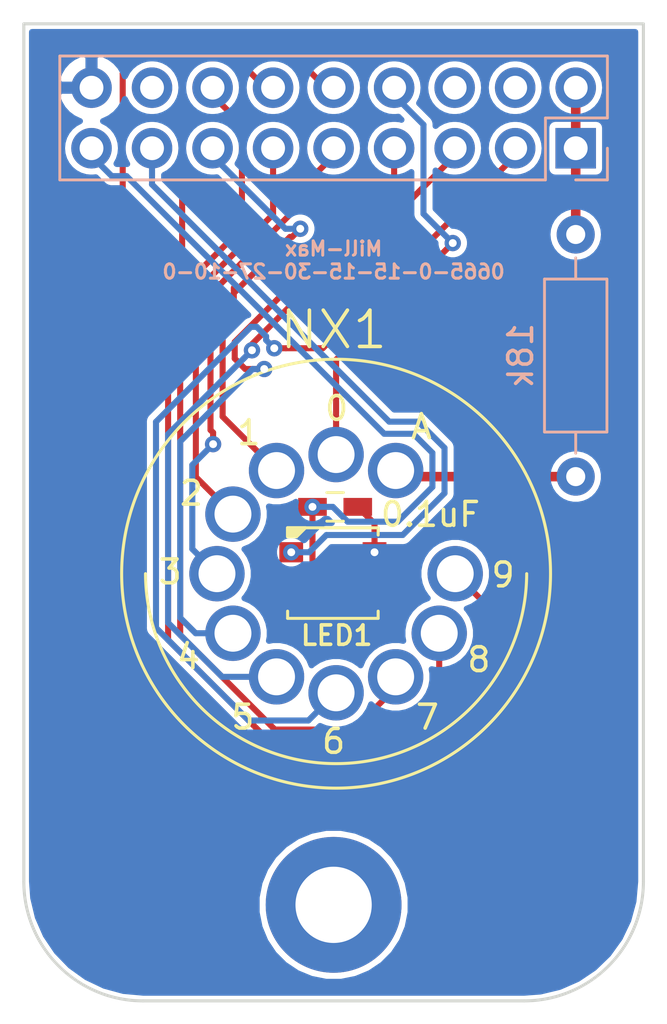
<source format=kicad_pcb>
(kicad_pcb (version 20171130) (host pcbnew "(5.0.0)")

  (general
    (thickness 1.6002)
    (drawings 19)
    (tracks 138)
    (zones 0)
    (modules 7)
    (nets 20)
  )

  (page A4)
  (layers
    (0 F.Cu signal)
    (31 B.Cu signal)
    (34 B.Paste user)
    (35 F.Paste user)
    (36 B.SilkS user)
    (37 F.SilkS user)
    (38 B.Mask user)
    (39 F.Mask user)
    (44 Edge.Cuts user)
  )

  (setup
    (last_trace_width 0.254)
    (user_trace_width 0.1524)
    (user_trace_width 0.2)
    (user_trace_width 0.25)
    (user_trace_width 0.3)
    (user_trace_width 0.4)
    (user_trace_width 0.5)
    (user_trace_width 0.6)
    (user_trace_width 0.8)
    (trace_clearance 0.254)
    (zone_clearance 0.1524)
    (zone_45_only no)
    (trace_min 0.1524)
    (segment_width 0.127)
    (edge_width 0.127)
    (via_size 0.6858)
    (via_drill 0.3302)
    (via_min_size 0.6858)
    (via_min_drill 0.3302)
    (uvia_size 0.508)
    (uvia_drill 0.127)
    (uvias_allowed no)
    (uvia_min_size 0.508)
    (uvia_min_drill 0.127)
    (pcb_text_width 0.127)
    (pcb_text_size 0.6 0.6)
    (mod_edge_width 0.127)
    (mod_text_size 0.6 0.6)
    (mod_text_width 0.127)
    (pad_size 1.524 1.524)
    (pad_drill 0.762)
    (pad_to_mask_clearance 0.05)
    (pad_to_paste_clearance -0.04)
    (aux_axis_origin 0 0)
    (grid_origin 160.02 119.38)
    (visible_elements 7FFFFF7F)
    (pcbplotparams
      (layerselection 0x3ffff_80000001)
      (usegerberextensions true)
      (usegerberattributes true)
      (usegerberadvancedattributes false)
      (creategerberjobfile false)
      (excludeedgelayer true)
      (linewidth 0.127000)
      (plotframeref false)
      (viasonmask false)
      (mode 1)
      (useauxorigin false)
      (hpglpennumber 1)
      (hpglpenspeed 20)
      (hpglpendiameter 15.000000)
      (psnegative false)
      (psa4output false)
      (plotreference true)
      (plotvalue true)
      (plotinvisibletext false)
      (padsonsilk false)
      (subtractmaskfromsilk false)
      (outputformat 1)
      (mirror false)
      (drillshape 0)
      (scaleselection 1)
      (outputdirectory "CAM/"))
  )

  (net 0 "")
  (net 1 +5V)
  (net 2 GND)
  (net 3 /Anode)
  (net 4 /Din)
  (net 5 /HV6)
  (net 6 /HV5)
  (net 7 /HV10)
  (net 8 /HV4)
  (net 9 /HV9)
  (net 10 /HV3)
  (net 11 /HV8)
  (net 12 /HV2)
  (net 13 /HV7)
  (net 14 /HV1)
  (net 15 "Net-(NX1-PadP$3)")
  (net 16 "Net-(LED1-Pad1-DO)")
  (net 17 "Net-(J1-Pad4)")
  (net 18 "Net-(J1-Pad6)")
  (net 19 "Net-(J1-Pad16)")

  (net_class Default "Imperial - this is the standard class"
    (clearance 0.254)
    (trace_width 0.254)
    (via_dia 0.6858)
    (via_drill 0.3302)
    (uvia_dia 0.508)
    (uvia_drill 0.127)
    (add_net +5V)
    (add_net /Anode)
    (add_net /Din)
    (add_net /HV1)
    (add_net /HV10)
    (add_net /HV2)
    (add_net /HV3)
    (add_net /HV4)
    (add_net /HV5)
    (add_net /HV6)
    (add_net /HV7)
    (add_net /HV8)
    (add_net /HV9)
    (add_net GND)
    (add_net "Net-(J1-Pad16)")
    (add_net "Net-(J1-Pad4)")
    (add_net "Net-(J1-Pad6)")
    (add_net "Net-(LED1-Pad1-DO)")
    (add_net "Net-(NX1-PadP$3)")
  )

  (net_class 0.2mm ""
    (clearance 0.2)
    (trace_width 0.2)
    (via_dia 0.6858)
    (via_drill 0.3302)
    (uvia_dia 0.508)
    (uvia_drill 0.127)
  )

  (net_class Minimal ""
    (clearance 0.1524)
    (trace_width 0.1524)
    (via_dia 0.6858)
    (via_drill 0.3302)
    (uvia_dia 0.508)
    (uvia_drill 0.127)
  )

  (module Capacitors_SMD:C_0603_HandSoldering (layer F.Cu) (tedit 5A712598) (tstamp 5A3B0B22)
    (at 160.0835 116.6495)
    (descr "Capacitor SMD 0603, hand soldering")
    (tags "capacitor 0603")
    (path /592C7A4C)
    (attr smd)
    (fp_text reference C1 (at -2.4 0.05 90) (layer F.SilkS) hide
      (effects (font (size 1 1) (thickness 0.15)))
    )
    (fp_text value 0.1uF (at 4.0005 0.3175) (layer F.SilkS)
      (effects (font (size 1 1) (thickness 0.15)))
    )
    (fp_text user %R (at 0 -1.25) (layer F.Fab)
      (effects (font (size 1 1) (thickness 0.15)))
    )
    (fp_line (start -0.8 0.4) (end -0.8 -0.4) (layer F.Fab) (width 0.1))
    (fp_line (start 0.8 0.4) (end -0.8 0.4) (layer F.Fab) (width 0.1))
    (fp_line (start 0.8 -0.4) (end 0.8 0.4) (layer F.Fab) (width 0.1))
    (fp_line (start -0.8 -0.4) (end 0.8 -0.4) (layer F.Fab) (width 0.1))
    (fp_line (start -0.35 -0.6) (end 0.35 -0.6) (layer F.SilkS) (width 0.12))
    (fp_line (start 0.35 0.6) (end -0.35 0.6) (layer F.SilkS) (width 0.12))
    (fp_line (start -1.8 -0.65) (end 1.8 -0.65) (layer F.CrtYd) (width 0.05))
    (fp_line (start -1.8 -0.65) (end -1.8 0.65) (layer F.CrtYd) (width 0.05))
    (fp_line (start 1.8 0.65) (end 1.8 -0.65) (layer F.CrtYd) (width 0.05))
    (fp_line (start 1.8 0.65) (end -1.8 0.65) (layer F.CrtYd) (width 0.05))
    (pad 1 smd rect (at -0.95 0) (size 1.2 0.75) (layers F.Cu F.Paste F.Mask)
      (net 1 +5V))
    (pad 2 smd rect (at 0.95 0) (size 1.2 0.75) (layers F.Cu F.Paste F.Mask)
      (net 2 GND))
    (model Capacitors_SMD.3dshapes/C_0603.wrl
      (at (xyz 0 0 0))
      (scale (xyz 1 1 1))
      (rotate (xyz 0 0 0))
    )
  )

  (module Pin_Headers:Pin_Header_Straight_2x09_Pitch2.54mm (layer B.Cu) (tedit 5A3B14FF) (tstamp 5A3B0B4A)
    (at 170.18 101.6 90)
    (descr "Through hole straight pin header, 2x09, 2.54mm pitch, double rows")
    (tags "Through hole pin header THT 2x09 2.54mm double row")
    (path /5A39B530)
    (fp_text reference J1 (at 1.27 2.33 90) (layer B.SilkS) hide
      (effects (font (size 1 1) (thickness 0.15)) (justify mirror))
    )
    (fp_text value Nixie (at 1.27 -22.65 90) (layer B.Fab)
      (effects (font (size 1 1) (thickness 0.15)) (justify mirror))
    )
    (fp_line (start 0 1.27) (end 3.81 1.27) (layer B.Fab) (width 0.1))
    (fp_line (start 3.81 1.27) (end 3.81 -21.59) (layer B.Fab) (width 0.1))
    (fp_line (start 3.81 -21.59) (end -1.27 -21.59) (layer B.Fab) (width 0.1))
    (fp_line (start -1.27 -21.59) (end -1.27 0) (layer B.Fab) (width 0.1))
    (fp_line (start -1.27 0) (end 0 1.27) (layer B.Fab) (width 0.1))
    (fp_line (start -1.33 -21.65) (end 3.87 -21.65) (layer B.SilkS) (width 0.12))
    (fp_line (start -1.33 -1.27) (end -1.33 -21.65) (layer B.SilkS) (width 0.12))
    (fp_line (start 3.87 1.33) (end 3.87 -21.65) (layer B.SilkS) (width 0.12))
    (fp_line (start -1.33 -1.27) (end 1.27 -1.27) (layer B.SilkS) (width 0.12))
    (fp_line (start 1.27 -1.27) (end 1.27 1.33) (layer B.SilkS) (width 0.12))
    (fp_line (start 1.27 1.33) (end 3.87 1.33) (layer B.SilkS) (width 0.12))
    (fp_line (start -1.33 0) (end -1.33 1.33) (layer B.SilkS) (width 0.12))
    (fp_line (start -1.33 1.33) (end 0 1.33) (layer B.SilkS) (width 0.12))
    (fp_line (start -1.8 1.8) (end -1.8 -22.1) (layer B.CrtYd) (width 0.05))
    (fp_line (start -1.8 -22.1) (end 4.35 -22.1) (layer B.CrtYd) (width 0.05))
    (fp_line (start 4.35 -22.1) (end 4.35 1.8) (layer B.CrtYd) (width 0.05))
    (fp_line (start 4.35 1.8) (end -1.8 1.8) (layer B.CrtYd) (width 0.05))
    (fp_text user %R (at 1.27 -10.16) (layer B.Fab)
      (effects (font (size 1 1) (thickness 0.15)) (justify mirror))
    )
    (pad 1 thru_hole rect (at 0 0 90) (size 1.7 1.7) (drill 1) (layers *.Cu *.Mask)
      (net 3 /Anode))
    (pad 2 thru_hole oval (at 2.54 0 90) (size 1.7 1.7) (drill 1) (layers *.Cu *.Mask)
      (net 3 /Anode))
    (pad 3 thru_hole oval (at 0 -2.54 90) (size 1.7 1.7) (drill 1) (layers *.Cu *.Mask)
      (net 5 /HV6))
    (pad 4 thru_hole oval (at 2.54 -2.54 90) (size 1.7 1.7) (drill 1) (layers *.Cu *.Mask)
      (net 17 "Net-(J1-Pad4)"))
    (pad 5 thru_hole oval (at 0 -5.08 90) (size 1.7 1.7) (drill 1) (layers *.Cu *.Mask)
      (net 6 /HV5))
    (pad 6 thru_hole oval (at 2.54 -5.08 90) (size 1.7 1.7) (drill 1) (layers *.Cu *.Mask)
      (net 18 "Net-(J1-Pad6)"))
    (pad 7 thru_hole oval (at 0 -7.62 90) (size 1.7 1.7) (drill 1) (layers *.Cu *.Mask)
      (net 8 /HV4))
    (pad 8 thru_hole oval (at 2.54 -7.62 90) (size 1.7 1.7) (drill 1) (layers *.Cu *.Mask)
      (net 7 /HV10))
    (pad 9 thru_hole oval (at 0 -10.16 90) (size 1.7 1.7) (drill 1) (layers *.Cu *.Mask)
      (net 10 /HV3))
    (pad 10 thru_hole oval (at 2.54 -10.16 90) (size 1.7 1.7) (drill 1) (layers *.Cu *.Mask)
      (net 9 /HV9))
    (pad 11 thru_hole oval (at 0 -12.7 90) (size 1.7 1.7) (drill 1) (layers *.Cu *.Mask)
      (net 12 /HV2))
    (pad 12 thru_hole oval (at 2.54 -12.7 90) (size 1.7 1.7) (drill 1) (layers *.Cu *.Mask)
      (net 11 /HV8))
    (pad 13 thru_hole oval (at 0 -15.24 90) (size 1.7 1.7) (drill 1) (layers *.Cu *.Mask)
      (net 14 /HV1))
    (pad 14 thru_hole oval (at 2.54 -15.24 90) (size 1.7 1.7) (drill 1) (layers *.Cu *.Mask)
      (net 13 /HV7))
    (pad 15 thru_hole oval (at 0 -17.78 90) (size 1.7 1.7) (drill 1) (layers *.Cu *.Mask)
      (net 4 /Din))
    (pad 16 thru_hole oval (at 2.54 -17.78 90) (size 1.7 1.7) (drill 1) (layers *.Cu *.Mask)
      (net 19 "Net-(J1-Pad16)"))
    (pad 17 thru_hole oval (at 0 -20.32 90) (size 1.7 1.7) (drill 1) (layers *.Cu *.Mask)
      (net 1 +5V))
    (pad 18 thru_hole oval (at 2.54 -20.32 90) (size 1.7 1.7) (drill 1) (layers *.Cu *.Mask)
      (net 2 GND))
    (model ${KISYS3DMOD}/Pin_Headers.3dshapes/Pin_Header_Straight_2x09_Pitch2.54mm.wrl
      (at (xyz 0 0 0))
      (scale (xyz 1 1 1))
      (rotate (xyz 0 0 0))
    )
  )

  (module adafruit:adafruit-LED3535 (layer F.Cu) (tedit 5A3B14EC) (tstamp 5A3B0B5E)
    (at 159.98952 119.42826)
    (path /5A3B0860)
    (attr smd)
    (fp_text reference LED1 (at 0.15748 2.61874 180) (layer F.SilkS)
      (effects (font (size 0.8128 0.8128) (thickness 0.1524)))
    )
    (fp_text value WS2812BSK6812MINI (at 0.127 2.54) (layer F.SilkS) hide
      (effects (font (size 0.4064 0.4064) (thickness 0.0508)))
    )
    (fp_line (start -1.74752 -1.74752) (end 1.74752 -1.74752) (layer Dwgs.User) (width 0.127))
    (fp_line (start 1.74752 -1.74752) (end 1.74752 1.74752) (layer Dwgs.User) (width 0.127))
    (fp_line (start 1.74752 1.74752) (end -1.74752 1.74752) (layer Dwgs.User) (width 0.127))
    (fp_line (start -1.74752 1.74752) (end -1.74752 -1.74752) (layer Dwgs.User) (width 0.127))
    (fp_line (start -1.89992 -1.59766) (end -1.89992 -1.89992) (layer F.SilkS) (width 0.127))
    (fp_line (start -1.89992 -1.89992) (end 1.89992 -1.89992) (layer F.SilkS) (width 0.127))
    (fp_line (start 1.89992 -1.89992) (end 1.89992 -1.59766) (layer F.SilkS) (width 0.127))
    (fp_line (start -1.89992 1.59766) (end -1.89992 1.89992) (layer F.SilkS) (width 0.127))
    (fp_line (start -1.89992 1.89992) (end 1.89992 1.89992) (layer F.SilkS) (width 0.127))
    (fp_line (start 1.89992 1.89992) (end 1.89992 1.59766) (layer F.SilkS) (width 0.127))
    (fp_poly (pts (xy -1.905 -1.905) (xy -1.905 -1.524) (xy -1.524 -1.524) (xy -1.143 -1.905)
      (xy -1.905 -1.905)) (layer F.SilkS) (width 0.127))
    (fp_circle (center 0 0) (end 0 -1.39954) (layer Dwgs.User) (width 0.127))
    (pad 1-DO smd rect (at 1.74752 0.87376 90) (size 0.84836 0.99822) (layers F.Cu F.Paste F.Mask)
      (net 16 "Net-(LED1-Pad1-DO)"))
    (pad 2-GN smd rect (at 1.74752 -0.87376 90) (size 0.84836 0.99822) (layers F.Cu F.Paste F.Mask)
      (net 2 GND))
    (pad 3-DI smd rect (at -1.74752 -0.87376 90) (size 0.84836 0.99822) (layers F.Cu F.Paste F.Mask)
      (net 4 /Din))
    (pad 4-VD smd rect (at -1.74752 0.87376 90) (size 0.84836 0.99822) (layers F.Cu F.Paste F.Mask)
      (net 1 +5V))
  )

  (module logos:mermaid_l (layer B.Cu) (tedit 0) (tstamp 5A3B1809)
    (at 170.688 127.762 180)
    (fp_text reference G*** (at 0 0 180) (layer B.SilkS) hide
      (effects (font (size 1.524 1.524) (thickness 0.3)) (justify mirror))
    )
    (fp_text value LOGO (at 0.75 0 180) (layer B.SilkS) hide
      (effects (font (size 1.524 1.524) (thickness 0.3)) (justify mirror))
    )
    (fp_poly (pts (xy 0.016811 3.773536) (xy 0.035492 3.771585) (xy 0.039687 3.770741) (xy 0.079417 3.757244)
      (xy 0.111324 3.737775) (xy 0.124832 3.725513) (xy 0.142677 3.704599) (xy 0.153161 3.684612)
      (xy 0.15793 3.661447) (xy 0.15875 3.64097) (xy 0.158058 3.61993) (xy 0.155124 3.604749)
      (xy 0.148654 3.590748) (xy 0.141938 3.580059) (xy 0.122141 3.557766) (xy 0.098998 3.544256)
      (xy 0.074141 3.539962) (xy 0.049199 3.545313) (xy 0.036501 3.55221) (xy 0.025568 3.560763)
      (xy 0.019906 3.570026) (xy 0.017449 3.584153) (xy 0.016932 3.59157) (xy 0.016648 3.608477)
      (xy 0.018904 3.618133) (xy 0.024587 3.623743) (xy 0.026084 3.624592) (xy 0.039465 3.627784)
      (xy 0.050441 3.626922) (xy 0.059967 3.622881) (xy 0.061919 3.615123) (xy 0.060823 3.608777)
      (xy 0.060289 3.596153) (xy 0.064906 3.590901) (xy 0.073078 3.592235) (xy 0.083211 3.599369)
      (xy 0.093713 3.61152) (xy 0.102989 3.6279) (xy 0.103896 3.629997) (xy 0.108418 3.643365)
      (xy 0.108287 3.6547) (xy 0.103467 3.669685) (xy 0.087643 3.698859) (xy 0.064252 3.721926)
      (xy 0.050164 3.731216) (xy 0.036916 3.737802) (xy 0.022748 3.741623) (xy 0.004134 3.743365)
      (xy -0.014288 3.743716) (xy -0.040147 3.742911) (xy -0.057394 3.740394) (xy -0.064294 3.73724)
      (xy -0.073648 3.731439) (xy -0.077728 3.730626) (xy -0.088165 3.726605) (xy -0.102163 3.716065)
      (xy -0.117406 3.701291) (xy -0.131579 3.684564) (xy -0.142367 3.668169) (xy -0.143717 3.665542)
      (xy -0.151883 3.648712) (xy -0.159332 3.633251) (xy -0.163088 3.620111) (xy -0.165384 3.598867)
      (xy -0.16631 3.568514) (xy -0.166318 3.553876) (xy -0.166026 3.5265) (xy -0.165145 3.506715)
      (xy -0.163111 3.491529) (xy -0.159359 3.477949) (xy -0.153324 3.462983) (xy -0.14625 3.447521)
      (xy -0.121753 3.405235) (xy -0.0903 3.36927) (xy -0.051325 3.33924) (xy -0.004264 3.314759)
      (xy 0.051447 3.295441) (xy 0.089958 3.28602) (xy 0.119366 3.282227) (xy 0.156195 3.281263)
      (xy 0.197719 3.282946) (xy 0.241212 3.28709) (xy 0.283951 3.293513) (xy 0.321687 3.301638)
      (xy 0.342155 3.307861) (xy 0.360849 3.315263) (xy 0.376278 3.322945) (xy 0.386953 3.330006)
      (xy 0.391385 3.335547) (xy 0.388082 3.338667) (xy 0.383597 3.339042) (xy 0.373649 3.342219)
      (xy 0.357833 3.350734) (xy 0.338335 3.36306) (xy 0.317344 3.377673) (xy 0.297047 3.393046)
      (xy 0.279632 3.407655) (xy 0.267286 3.419973) (xy 0.26692 3.420407) (xy 0.246827 3.446164)
      (xy 0.232225 3.469838) (xy 0.221889 3.494463) (xy 0.214597 3.523071) (xy 0.209127 3.558694)
      (xy 0.208269 3.565849) (xy 0.208225 3.599519) (xy 0.214696 3.635439) (xy 0.226608 3.670269)
      (xy 0.242885 3.700666) (xy 0.257355 3.718587) (xy 0.284712 3.739246) (xy 0.316451 3.752322)
      (xy 0.350326 3.757709) (xy 0.384089 3.755304) (xy 0.415495 3.745003) (xy 0.441854 3.727116)
      (xy 0.456743 3.708989) (xy 0.464158 3.687733) (xy 0.465666 3.667574) (xy 0.46447 3.649678)
      (xy 0.459418 3.636679) (xy 0.44831 3.623019) (xy 0.447843 3.622523) (xy 0.432662 3.60928)
      (xy 0.418526 3.60395) (xy 0.413448 3.603625) (xy 0.394908 3.608269) (xy 0.381565 3.620647)
      (xy 0.375782 3.638431) (xy 0.375708 3.640833) (xy 0.378805 3.655072) (xy 0.386689 3.660815)
      (xy 0.397247 3.657238) (xy 0.40302 3.65151) (xy 0.411119 3.643576) (xy 0.417703 3.64383)
      (xy 0.420717 3.645984) (xy 0.426691 3.656909) (xy 0.428309 3.673525) (xy 0.425542 3.691863)
      (xy 0.421138 3.703294) (xy 0.410709 3.716673) (xy 0.399156 3.725521) (xy 0.381042 3.731036)
      (xy 0.358057 3.732598) (xy 0.335132 3.730244) (xy 0.318905 3.724949) (xy 0.298369 3.711409)
      (xy 0.278961 3.693672) (xy 0.264484 3.675356) (xy 0.26187 3.670693) (xy 0.258107 3.658302)
      (xy 0.255508 3.640465) (xy 0.254155 3.620218) (xy 0.254128 3.6006) (xy 0.25551 3.584648)
      (xy 0.258381 3.5754) (xy 0.259291 3.574521) (xy 0.263387 3.567227) (xy 0.264583 3.558334)
      (xy 0.266434 3.54854) (xy 0.269875 3.545417) (xy 0.274956 3.541344) (xy 0.275166 3.539772)
      (xy 0.278369 3.532005) (xy 0.286651 3.519125) (xy 0.298022 3.503894) (xy 0.310492 3.489074)
      (xy 0.315691 3.483521) (xy 0.332808 3.469181) (xy 0.356966 3.453086) (xy 0.385192 3.436898)
      (xy 0.41451 3.422278) (xy 0.441945 3.410886) (xy 0.451563 3.407656) (xy 0.513508 3.39253)
      (xy 0.572008 3.386659) (xy 0.6285 3.390216) (xy 0.684423 3.403376) (xy 0.741216 3.42631)
      (xy 0.78052 3.447259) (xy 0.817352 3.46804) (xy 0.848125 3.483558) (xy 0.875501 3.494552)
      (xy 0.902139 3.501759) (xy 0.9307 3.505917) (xy 0.963843 3.507764) (xy 0.999762 3.50806)
      (xy 1.029829 3.507596) (xy 1.058475 3.506543) (xy 1.08289 3.505047) (xy 1.100268 3.50325)
      (xy 1.103312 3.502746) (xy 1.124251 3.498943) (xy 1.148566 3.494739) (xy 1.16152 3.492588)
      (xy 1.183437 3.488718) (xy 1.205109 3.484407) (xy 1.21576 3.482026) (xy 1.242534 3.475574)
      (xy 1.261268 3.470981) (xy 1.27422 3.467665) (xy 1.283649 3.465044) (xy 1.29181 3.462534)
      (xy 1.293812 3.46189) (xy 1.330054 3.447173) (xy 1.362613 3.428217) (xy 1.390124 3.406284)
      (xy 1.411222 3.382636) (xy 1.42454 3.358536) (xy 1.428749 3.337087) (xy 1.430965 3.31796)
      (xy 1.436932 3.293293) (xy 1.445634 3.266996) (xy 1.4496 3.257021) (xy 1.460028 3.223921)
      (xy 1.465344 3.188889) (xy 1.465701 3.173183) (xy 1.465206 3.152449) (xy 1.465622 3.140318)
      (xy 1.467505 3.134815) (xy 1.471411 3.133966) (xy 1.476375 3.135313) (xy 1.485246 3.136563)
      (xy 1.485546 3.132317) (xy 1.477379 3.123141) (xy 1.473497 3.119686) (xy 1.464568 3.110292)
      (xy 1.463129 3.101507) (xy 1.465406 3.093994) (xy 1.472998 3.082438) (xy 1.485846 3.06985)
      (xy 1.491895 3.065257) (xy 1.507592 3.051442) (xy 1.513053 3.038041) (xy 1.508312 3.023896)
      (xy 1.493572 3.007997) (xy 1.481954 2.996879) (xy 1.477871 2.989625) (xy 1.480148 2.984092)
      (xy 1.480343 2.983889) (xy 1.48489 2.973373) (xy 1.486712 2.956585) (xy 1.485771 2.93749)
      (xy 1.482027 2.920051) (xy 1.481007 2.917281) (xy 1.468042 2.883178) (xy 1.459777 2.85676)
      (xy 1.455764 2.836468) (xy 1.455208 2.827306) (xy 1.451635 2.812089) (xy 1.440656 2.801224)
      (xy 1.433744 2.797314) (xy 1.425278 2.794661) (xy 1.41333 2.793085) (xy 1.395971 2.79241)
      (xy 1.371273 2.792457) (xy 1.349375 2.792809) (xy 1.31873 2.793255) (xy 1.296659 2.793112)
      (xy 1.281157 2.792186) (xy 1.270221 2.790279) (xy 1.261849 2.787196) (xy 1.255447 2.783626)
      (xy 1.244268 2.774775) (xy 1.238474 2.766405) (xy 1.23825 2.764974) (xy 1.235863 2.757876)
      (xy 1.233805 2.756959) (xy 1.229201 2.752098) (xy 1.223916 2.739092) (xy 1.218503 2.720308)
      (xy 1.213515 2.698112) (xy 1.209506 2.674871) (xy 1.207028 2.652951) (xy 1.2065 2.640132)
      (xy 1.207874 2.614203) (xy 1.211589 2.582523) (xy 1.217032 2.549504) (xy 1.222776 2.522803)
      (xy 1.235661 2.473043) (xy 1.247332 2.433315) (xy 1.257929 2.403156) (xy 1.259293 2.399771)
      (xy 1.264013 2.387513) (xy 1.269636 2.371955) (xy 1.270086 2.370667) (xy 1.278721 2.347809)
      (xy 1.289907 2.322021) (xy 1.304888 2.290463) (xy 1.308378 2.283355) (xy 1.317963 2.259043)
      (xy 1.323702 2.234224) (xy 1.325348 2.211548) (xy 1.322652 2.19366) (xy 1.317561 2.184909)
      (xy 1.307186 2.176016) (xy 1.292853 2.165074) (xy 1.277255 2.153968) (xy 1.263087 2.144581)
      (xy 1.253044 2.138797) (xy 1.250232 2.137834) (xy 1.242386 2.13401) (xy 1.231208 2.124466)
      (xy 1.219519 2.11209) (xy 1.21014 2.099773) (xy 1.206613 2.093154) (xy 1.204218 2.073293)
      (xy 1.210459 2.048342) (xy 1.211685 2.04523) (xy 1.220793 2.023791) (xy 1.23213 1.998543)
      (xy 1.244765 1.971403) (xy 1.257766 1.944284) (xy 1.270202 1.9191) (xy 1.281142 1.897767)
      (xy 1.289653 1.882198) (xy 1.294804 1.874308) (xy 1.294911 1.874195) (xy 1.300737 1.866426)
      (xy 1.30175 1.863411) (xy 1.305702 1.855954) (xy 1.316422 1.843726) (xy 1.332206 1.828296)
      (xy 1.351351 1.811235) (xy 1.372151 1.794113) (xy 1.392903 1.778501) (xy 1.397 1.775628)
      (xy 1.412481 1.764474) (xy 1.432822 1.749179) (xy 1.456251 1.731147) (xy 1.480994 1.711783)
      (xy 1.505277 1.692489) (xy 1.527327 1.674669) (xy 1.54537 1.659728) (xy 1.557633 1.649068)
      (xy 1.561041 1.645785) (xy 1.566531 1.641261) (xy 1.577559 1.632846) (xy 1.584854 1.62743)
      (xy 1.599074 1.616479) (xy 1.610642 1.606732) (xy 1.613958 1.603563) (xy 1.621166 1.597319)
      (xy 1.63503 1.586326) (xy 1.653625 1.57203) (xy 1.675029 1.555881) (xy 1.697317 1.539326)
      (xy 1.718566 1.523814) (xy 1.736854 1.510793) (xy 1.740958 1.507944) (xy 1.75542 1.497422)
      (xy 1.767734 1.487559) (xy 1.769672 1.48584) (xy 1.781335 1.477351) (xy 1.789516 1.473434)
      (xy 1.797549 1.469117) (xy 1.799166 1.466423) (xy 1.803588 1.462135) (xy 1.814535 1.456503)
      (xy 1.817687 1.455209) (xy 1.829662 1.449593) (xy 1.835937 1.444862) (xy 1.836208 1.4441)
      (xy 1.840779 1.440501) (xy 1.852852 1.434525) (xy 1.869967 1.42737) (xy 1.872824 1.426267)
      (xy 1.88894 1.420424) (xy 1.902804 1.416562) (xy 1.917198 1.414357) (xy 1.934907 1.413483)
      (xy 1.958714 1.413615) (xy 1.977334 1.414048) (xy 2.011477 1.415666) (xy 2.050591 1.418652)
      (xy 2.089221 1.422539) (xy 2.114726 1.425785) (xy 2.14488 1.42989) (xy 2.16751 1.432256)
      (xy 2.18552 1.432964) (xy 2.201812 1.432095) (xy 2.219288 1.429731) (xy 2.224528 1.428856)
      (xy 2.245404 1.424861) (xy 2.257747 1.421152) (xy 2.263552 1.416902) (xy 2.264833 1.412127)
      (xy 2.263508 1.406717) (xy 2.257986 1.403732) (xy 2.245944 1.402491) (xy 2.231409 1.402292)
      (xy 2.207764 1.401303) (xy 2.182238 1.398663) (xy 2.158033 1.394866) (xy 2.138355 1.390404)
      (xy 2.12725 1.386276) (xy 2.123304 1.383434) (xy 2.123829 1.381057) (xy 2.130164 1.378752)
      (xy 2.143652 1.376125) (xy 2.165634 1.37278) (xy 2.180166 1.370725) (xy 2.208747 1.366286)
      (xy 2.230983 1.361492) (xy 2.251087 1.355226) (xy 2.27327 1.34637) (xy 2.275416 1.345449)
      (xy 2.291879 1.337058) (xy 2.307873 1.326809) (xy 2.32072 1.316668) (xy 2.327745 1.308602)
      (xy 2.328333 1.306591) (xy 2.323743 1.304335) (xy 2.312281 1.304011) (xy 2.297402 1.305252)
      (xy 2.282566 1.307694) (xy 2.271229 1.31097) (xy 2.267743 1.312991) (xy 2.258675 1.31683)
      (xy 2.251604 1.317626) (xy 2.239817 1.320172) (xy 2.234786 1.323331) (xy 2.225761 1.326846)
      (xy 2.213884 1.326984) (xy 2.204136 1.325219) (xy 2.204029 1.323129) (xy 2.20927 1.320799)
      (xy 2.23606 1.310129) (xy 2.25511 1.301894) (xy 2.268643 1.294964) (xy 2.278885 1.288209)
      (xy 2.287322 1.281169) (xy 2.296853 1.2715) (xy 2.301715 1.264499) (xy 2.301875 1.263719)
      (xy 2.297454 1.259587) (xy 2.285098 1.260225) (xy 2.266162 1.265338) (xy 2.242005 1.274631)
      (xy 2.232778 1.27872) (xy 2.210862 1.287938) (xy 2.195226 1.292907) (xy 2.186673 1.293593)
      (xy 2.186011 1.289959) (xy 2.194044 1.28197) (xy 2.19612 1.28034) (xy 2.207237 1.273141)
      (xy 2.215319 1.270118) (xy 2.221801 1.265714) (xy 2.226876 1.256324) (xy 2.227791 1.251047)
      (xy 2.223516 1.248302) (xy 2.212505 1.249392) (xy 2.197482 1.253408) (xy 2.181171 1.259436)
      (xy 2.166296 1.266566) (xy 2.15558 1.273887) (xy 2.153708 1.275833) (xy 2.146702 1.280288)
      (xy 2.132687 1.286789) (xy 2.114695 1.294037) (xy 2.095756 1.300732) (xy 2.095124 1.300937)
      (xy 2.07869 1.304461) (xy 2.057774 1.306667) (xy 2.046312 1.307042) (xy 2.028903 1.306558)
      (xy 2.018807 1.304253) (xy 2.012768 1.298853) (xy 2.009183 1.29249) (xy 2.005287 1.278785)
      (xy 2.008579 1.265874) (xy 2.019902 1.252443) (xy 2.040101 1.237179) (xy 2.048014 1.232048)
      (xy 2.069352 1.218173) (xy 2.083328 1.207722) (xy 2.091758 1.198848) (xy 2.096459 1.189706)
      (xy 2.098878 1.180349) (xy 2.099775 1.168122) (xy 2.095521 1.163627) (xy 2.094838 1.16354)
      (xy 2.077123 1.165005) (xy 2.064663 1.173081) (xy 2.054291 1.180457) (xy 2.036679 1.190046)
      (xy 2.014573 1.20055) (xy 1.990717 1.210671) (xy 1.967857 1.219114) (xy 1.965854 1.219776)
      (xy 1.928101 1.233609) (xy 1.898307 1.248381) (xy 1.87387 1.26573) (xy 1.852189 1.287294)
      (xy 1.844908 1.29597) (xy 1.82922 1.314316) (xy 1.813605 1.330793) (xy 1.80082 1.342542)
      (xy 1.797992 1.344686) (xy 1.786309 1.353213) (xy 1.778836 1.359346) (xy 1.778 1.360236)
      (xy 1.771224 1.365606) (xy 1.75693 1.374794) (xy 1.736985 1.386729) (xy 1.713259 1.400343)
      (xy 1.687619 1.414565) (xy 1.661936 1.428326) (xy 1.638076 1.440557) (xy 1.635125 1.442019)
      (xy 1.587553 1.46584) (xy 1.546283 1.487396) (xy 1.507857 1.50852) (xy 1.481666 1.52353)
      (xy 1.464862 1.532936) (xy 1.450648 1.540248) (xy 1.443302 1.543429) (xy 1.435482 1.548118)
      (xy 1.434041 1.551076) (xy 1.429946 1.555562) (xy 1.42835 1.55575) (xy 1.421455 1.558368)
      (xy 1.407463 1.565519) (xy 1.388265 1.576151) (xy 1.365753 1.589212) (xy 1.341819 1.60365)
      (xy 1.338081 1.605957) (xy 1.328838 1.611626) (xy 1.314356 1.620452) (xy 1.303686 1.626934)
      (xy 1.289183 1.635949) (xy 1.278713 1.64286) (xy 1.275291 1.645485) (xy 1.269816 1.650117)
      (xy 1.258818 1.65865) (xy 1.251479 1.66417) (xy 1.234056 1.677274) (xy 1.220686 1.687881)
      (xy 1.208649 1.698391) (xy 1.195222 1.711206) (xy 1.177684 1.728725) (xy 1.173427 1.733021)
      (xy 1.154691 1.753203) (xy 1.136473 1.774958) (xy 1.121826 1.794574) (xy 1.117957 1.80049)
      (xy 1.107458 1.815879) (xy 1.098096 1.826821) (xy 1.091977 1.830917) (xy 1.085418 1.828569)
      (xy 1.084785 1.826948) (xy 1.081627 1.820717) (xy 1.073818 1.810294) (xy 1.071556 1.807605)
      (xy 1.063024 1.796859) (xy 1.058535 1.789598) (xy 1.058333 1.788759) (xy 1.055116 1.78268)
      (xy 1.048847 1.77503) (xy 1.038358 1.760344) (xy 1.026121 1.737991) (xy 1.013216 1.710506)
      (xy 1.00072 1.680421) (xy 0.989714 1.650268) (xy 0.981275 1.622581) (xy 0.977986 1.608667)
      (xy 0.968972 1.562362) (xy 0.962328 1.523365) (xy 0.95779 1.488735) (xy 0.955093 1.45553)
      (xy 0.953972 1.420809) (xy 0.954162 1.38163) (xy 0.954874 1.352021) (xy 0.955956 1.318336)
      (xy 0.957154 1.287144) (xy 0.958377 1.260422) (xy 0.959534 1.240144) (xy 0.960534 1.228284)
      (xy 0.960617 1.227667) (xy 0.961429 1.217554) (xy 0.962358 1.198447) (xy 0.96335 1.171939)
      (xy 0.964353 1.139617) (xy 0.96531 1.103071) (xy 0.96617 1.063891) (xy 0.966176 1.063625)
      (xy 0.966988 1.016579) (xy 0.967314 0.977779) (xy 0.967075 0.9449) (xy 0.96619 0.915612)
      (xy 0.964579 0.887587) (xy 0.962164 0.858498) (xy 0.958863 0.826017) (xy 0.95765 0.814917)
      (xy 0.951084 0.75682) (xy 0.945176 0.707679) (xy 0.939682 0.665903) (xy 0.934356 0.629902)
      (xy 0.928956 0.598088) (xy 0.923235 0.56887) (xy 0.916949 0.54066) (xy 0.912885 0.523875)
      (xy 0.906794 0.498662) (xy 0.901413 0.475129) (xy 0.897462 0.456489) (xy 0.895973 0.44834)
      (xy 0.892856 0.434708) (xy 0.889085 0.426281) (xy 0.888285 0.425538) (xy 0.884592 0.418555)
      (xy 0.883669 0.411115) (xy 0.882028 0.401383) (xy 0.877635 0.38436) (xy 0.871226 0.362746)
      (xy 0.866028 0.346605) (xy 0.857767 0.321534) (xy 0.84996 0.297435) (xy 0.843739 0.277819)
      (xy 0.841302 0.269875) (xy 0.836378 0.25453) (xy 0.832191 0.243342) (xy 0.830942 0.240771)
      (xy 0.827336 0.232696) (xy 0.822295 0.21902) (xy 0.820702 0.214313) (xy 0.81395 0.195276)
      (xy 0.806669 0.176625) (xy 0.80583 0.174625) (xy 0.798972 0.158321) (xy 0.792944 0.14374)
      (xy 0.792593 0.142875) (xy 0.786649 0.129107) (xy 0.782549 0.120458) (xy 0.778574 0.110063)
      (xy 0.777875 0.105842) (xy 0.775639 0.099184) (xy 0.769428 0.084596) (xy 0.759982 0.063622)
      (xy 0.748042 0.037806) (xy 0.734349 0.008691) (xy 0.719644 -0.022178) (xy 0.704668 -0.053257)
      (xy 0.690162 -0.083002) (xy 0.676867 -0.10987) (xy 0.665523 -0.132316) (xy 0.656873 -0.148797)
      (xy 0.651656 -0.157769) (xy 0.650888 -0.15875) (xy 0.64704 -0.164585) (xy 0.640139 -0.176579)
      (xy 0.635415 -0.185208) (xy 0.622667 -0.207639) (xy 0.605809 -0.235506) (xy 0.586295 -0.266573)
      (xy 0.565581 -0.298607) (xy 0.545121 -0.329373) (xy 0.52637 -0.356639) (xy 0.510784 -0.378168)
      (xy 0.504464 -0.386291) (xy 0.49882 -0.393433) (xy 0.48822 -0.406992) (xy 0.474188 -0.425014)
      (xy 0.458423 -0.445321) (xy 0.386268 -0.531586) (xy 0.305323 -0.615902) (xy 0.217382 -0.696433)
      (xy 0.193138 -0.716902) (xy 0.177764 -0.729736) (xy 0.165728 -0.739925) (xy 0.159212 -0.745619)
      (xy 0.15875 -0.74607) (xy 0.15364 -0.750212) (xy 0.141905 -0.75919) (xy 0.125441 -0.771566)
      (xy 0.111125 -0.782215) (xy 0.091503 -0.796811) (xy 0.074346 -0.809688) (xy 0.061903 -0.819151)
      (xy 0.057234 -0.822811) (xy 0.046348 -0.830914) (xy 0.033422 -0.839659) (xy 0.019429 -0.849492)
      (xy 0.008262 -0.85853) (xy -0.00115 -0.865562) (xy -0.006772 -0.867833) (xy -0.013177 -0.871028)
      (xy -0.024494 -0.879231) (xy -0.033185 -0.886354) (xy -0.046046 -0.896711) (xy -0.055853 -0.903433)
      (xy -0.059243 -0.904875) (xy -0.065136 -0.907527) (xy -0.076973 -0.9143) (xy -0.09191 -0.923419)
      (xy -0.107104 -0.933106) (xy -0.119711 -0.941585) (xy -0.126887 -0.947081) (xy -0.127 -0.947193)
      (xy -0.133129 -0.951521) (xy -0.142875 -0.957378) (xy -0.152011 -0.962765) (xy -0.168175 -0.972485)
      (xy -0.189376 -0.985333) (xy -0.213623 -1.000104) (xy -0.223801 -1.006326) (xy -0.247553 -1.020777)
      (xy -0.267952 -1.033032) (xy -0.283378 -1.04213) (xy -0.292207 -1.047106) (xy -0.293632 -1.04775)
      (xy -0.298902 -1.050229) (xy -0.310818 -1.056768) (xy -0.326931 -1.066017) (xy -0.328991 -1.067222)
      (xy -0.356603 -1.083148) (xy -0.386048 -1.099703) (xy -0.414493 -1.115327) (xy -0.439106 -1.128464)
      (xy -0.455084 -1.136599) (xy -0.467632 -1.14309) (xy -0.475484 -1.147821) (xy -0.47625 -1.148468)
      (xy -0.481786 -1.151903) (xy -0.494692 -1.158989) (xy -0.512891 -1.168607) (xy -0.529167 -1.177013)
      (xy -0.578322 -1.202179) (xy -0.622845 -1.225001) (xy -0.661951 -1.245075) (xy -0.694854 -1.261998)
      (xy -0.720769 -1.275365) (xy -0.73891 -1.284772) (xy -0.748492 -1.289816) (xy -0.748968 -1.290075)
      (xy -0.758048 -1.294813) (xy -0.773987 -1.302904) (xy -0.794153 -1.313017) (xy -0.80698 -1.3194)
      (xy -0.881231 -1.35675) (xy -0.94652 -1.390707) (xy -1.003734 -1.421745) (xy -1.05376 -1.450342)
      (xy -1.076855 -1.464177) (xy -1.090458 -1.471801) (xy -1.098021 -1.475597) (xy -1.105412 -1.479911)
      (xy -1.119579 -1.488876) (xy -1.138874 -1.501392) (xy -1.161647 -1.516359) (xy -1.18625 -1.532677)
      (xy -1.211035 -1.549246) (xy -1.234352 -1.564966) (xy -1.254552 -1.578737) (xy -1.269988 -1.58946)
      (xy -1.279009 -1.596033) (xy -1.280584 -1.5974) (xy -1.28583 -1.602217) (xy -1.296881 -1.611472)
      (xy -1.309688 -1.621833) (xy -1.369914 -1.675393) (xy -1.421218 -1.732685) (xy -1.463288 -1.79318)
      (xy -1.495811 -1.856346) (xy -1.518476 -1.921651) (xy -1.530971 -1.988566) (xy -1.532115 -2.00072)
      (xy -1.533533 -2.021291) (xy -1.533389 -2.03401) (xy -1.531178 -2.041555) (xy -1.526396 -2.046606)
      (xy -1.523028 -2.048937) (xy -1.508982 -2.055507) (xy -1.492365 -2.060056) (xy -1.492229 -2.060079)
      (xy -1.452691 -2.067475) (xy -1.418964 -2.075738) (xy -1.394355 -2.083271) (xy -1.372487 -2.090356)
      (xy -1.346337 -2.098616) (xy -1.322917 -2.10585) (xy -1.302468 -2.112199) (xy -1.284909 -2.117877)
      (xy -1.273608 -2.12179) (xy -1.272646 -2.122164) (xy -1.262724 -2.125949) (xy -1.246121 -2.132103)
      (xy -1.226116 -2.139411) (xy -1.222375 -2.140766) (xy -1.203039 -2.148094) (xy -1.187481 -2.154598)
      (xy -1.178496 -2.159093) (xy -1.177661 -2.159711) (xy -1.168071 -2.163984) (xy -1.164987 -2.164291)
      (xy -1.156849 -2.166561) (xy -1.141251 -2.172762) (xy -1.120145 -2.181983) (xy -1.095482 -2.193313)
      (xy -1.069213 -2.20584) (xy -1.043289 -2.218653) (xy -1.019661 -2.230841) (xy -1.002771 -2.240067)
      (xy -0.979183 -2.253619) (xy -0.954406 -2.268128) (xy -0.930964 -2.28209) (xy -0.911386 -2.293997)
      (xy -0.898196 -2.302344) (xy -0.897227 -2.302991) (xy -0.84537 -2.340492) (xy -0.792658 -2.383257)
      (xy -0.741528 -2.42907) (xy -0.694416 -2.475712) (xy -0.653759 -2.520968) (xy -0.642579 -2.534708)
      (xy -0.628634 -2.552018) (xy -0.616971 -2.565902) (xy -0.609232 -2.574434) (xy -0.607219 -2.576159)
      (xy -0.603295 -2.582213) (xy -0.60325 -2.582995) (xy -0.599953 -2.59017) (xy -0.592419 -2.599694)
      (xy -0.584795 -2.609595) (xy -0.573492 -2.626331) (xy -0.559985 -2.647494) (xy -0.545751 -2.670677)
      (xy -0.532266 -2.693472) (xy -0.521004 -2.713471) (xy -0.513442 -2.728265) (xy -0.512956 -2.729342)
      (xy -0.506925 -2.740667) (xy -0.501953 -2.746251) (xy -0.501417 -2.746375) (xy -0.497764 -2.750622)
      (xy -0.497417 -2.753524) (xy -0.495063 -2.76201) (xy -0.489037 -2.775934) (xy -0.484188 -2.785554)
      (xy -0.476676 -2.800966) (xy -0.471883 -2.81327) (xy -0.470959 -2.817651) (xy -0.468504 -2.82541)
      (xy -0.46699 -2.826631) (xy -0.463351 -2.832354) (xy -0.457475 -2.846051) (xy -0.450118 -2.865545)
      (xy -0.442034 -2.888659) (xy -0.433976 -2.913215) (xy -0.4267 -2.937036) (xy -0.420958 -2.957944)
      (xy -0.419645 -2.963333) (xy -0.414816 -2.982772) (xy -0.410227 -2.999259) (xy -0.40721 -3.008312)
      (xy -0.403349 -3.020934) (xy -0.400065 -3.036847) (xy -0.399977 -3.037416) (xy -0.397973 -3.049953)
      (xy -0.394675 -3.070065) (xy -0.390554 -3.094892) (xy -0.386442 -3.119437) (xy -0.382507 -3.145522)
      (xy -0.379552 -3.172135) (xy -0.377442 -3.20146) (xy -0.376041 -3.23568) (xy -0.375217 -3.276977)
      (xy -0.374941 -3.306237) (xy -0.374907 -3.341428) (xy -0.375253 -3.373114) (xy -0.375932 -3.399753)
      (xy -0.376895 -3.4198) (xy -0.378095 -3.431711) (xy -0.378888 -3.43429) (xy -0.385103 -3.433466)
      (xy -0.398593 -3.427213) (xy -0.41801 -3.416235) (xy -0.441209 -3.401752) (xy -0.483878 -3.374892)
      (xy -0.526415 -3.34985) (xy -0.571041 -3.325433) (xy -0.619976 -3.30045) (xy -0.67544 -3.27371)
      (xy -0.709084 -3.258031) (xy -0.744498 -3.241758) (xy -0.773275 -3.228687) (xy -0.794644 -3.21916)
      (xy -0.807839 -3.213522) (xy -0.812017 -3.212041) (xy -0.817473 -3.210007) (xy -0.830202 -3.204577)
      (xy -0.847855 -3.196764) (xy -0.855541 -3.193302) (xy -0.87586 -3.184131) (xy -0.893504 -3.176218)
      (xy -0.905456 -3.170914) (xy -0.907521 -3.170016) (xy -0.918356 -3.165316) (xy -0.934412 -3.158299)
      (xy -0.944563 -3.153846) (xy -0.976212 -3.140021) (xy -0.999364 -3.130101) (xy -1.015151 -3.123604)
      (xy -1.018646 -3.12224) (xy -1.034695 -3.115354) (xy -1.057193 -3.104752) (xy -1.083338 -3.091857)
      (xy -1.110325 -3.078089) (xy -1.135352 -3.064868) (xy -1.155614 -3.053616) (xy -1.164167 -3.048495)
      (xy -1.18064 -3.036718) (xy -1.199817 -3.020816) (xy -1.220061 -3.002427) (xy -1.239737 -2.983188)
      (xy -1.257209 -2.964736) (xy -1.27084 -2.948708) (xy -1.278994 -2.936743) (xy -1.280584 -2.931984)
      (xy -1.284494 -2.925639) (xy -1.284991 -2.925409) (xy -1.290019 -2.9202) (xy -1.298403 -2.9087)
      (xy -1.308276 -2.893826) (xy -1.317775 -2.878494) (xy -1.325035 -2.865619) (xy -1.32819 -2.858117)
      (xy -1.328209 -2.857838) (xy -1.332 -2.851529) (xy -1.332427 -2.851326) (xy -1.337013 -2.84591)
      (xy -1.344025 -2.834059) (xy -1.348297 -2.82575) (xy -1.354863 -2.813311) (xy -1.359169 -2.807024)
      (xy -1.360124 -2.807229) (xy -1.360267 -2.814002) (xy -1.360556 -2.829563) (xy -1.360961 -2.852114)
      (xy -1.361448 -2.879861) (xy -1.36193 -2.90777) (xy -1.363484 -2.959059) (xy -1.366614 -3.002125)
      (xy -1.371909 -3.039285) (xy -1.379955 -3.072855) (xy -1.391341 -3.105149) (xy -1.406655 -3.138482)
      (xy -1.426484 -3.175172) (xy -1.432473 -3.185583) (xy -1.441516 -3.200851) (xy -1.454792 -3.222887)
      (xy -1.470945 -3.249473) (xy -1.488616 -3.278392) (xy -1.506447 -3.307427) (xy -1.523079 -3.334361)
      (xy -1.537156 -3.356975) (xy -1.546782 -3.372217) (xy -1.556574 -3.387882) (xy -1.563588 -3.399817)
      (xy -1.566333 -3.405482) (xy -1.566334 -3.405513) (xy -1.569332 -3.411428) (xy -1.571875 -3.414671)
      (xy -1.578955 -3.424037) (xy -1.58836 -3.437955) (xy -1.598309 -3.453578) (xy -1.607021 -3.468061)
      (xy -1.612717 -3.478559) (xy -1.613959 -3.481937) (xy -1.617841 -3.488012) (xy -1.618012 -3.48809)
      (xy -1.62267 -3.49336) (xy -1.6306 -3.505128) (xy -1.640113 -3.520543) (xy -1.649522 -3.536754)
      (xy -1.657137 -3.550911) (xy -1.661271 -3.560162) (xy -1.661584 -3.56167) (xy -1.66483 -3.566534)
      (xy -1.665553 -3.566624) (xy -1.670608 -3.570852) (xy -1.67527 -3.57853) (xy -1.6797 -3.587499)
      (xy -1.687831 -3.603801) (xy -1.698602 -3.625313) (xy -1.710953 -3.649918) (xy -1.714283 -3.656541)
      (xy -1.728714 -3.685357) (xy -1.739369 -3.707018) (xy -1.747301 -3.723791) (xy -1.753561 -3.73794)
      (xy -1.759201 -3.751728) (xy -1.762834 -3.761052) (xy -1.768776 -3.776191) (xy -1.77226 -3.784864)
      (xy -1.776532 -3.796565) (xy -1.782292 -3.813799) (xy -1.786124 -3.825875) (xy -1.794107 -3.850123)
      (xy -1.800605 -3.864974) (xy -1.806629 -3.871317) (xy -1.813196 -3.870039) (xy -1.821317 -3.862026)
      (xy -1.823851 -3.858896) (xy -1.834996 -3.845041) (xy -1.845018 -3.832935) (xy -1.860304 -3.814747)
      (xy -1.871524 -3.80089) (xy -1.881557 -3.787711) (xy -1.892096 -3.773209) (xy -1.901907 -3.758672)
      (xy -1.908513 -3.747198) (xy -1.910292 -3.74234) (xy -1.913744 -3.735549) (xy -1.9147 -3.735034)
      (xy -1.920879 -3.728832) (xy -1.93058 -3.714612) (xy -1.942942 -3.693993) (xy -1.957108 -3.668592)
      (xy -1.972218 -3.640026) (xy -1.987415 -3.609913) (xy -2.001841 -3.579871) (xy -2.014636 -3.551517)
      (xy -2.02375 -3.529541) (xy -2.030337 -3.513335) (xy -2.036097 -3.500143) (xy -2.037835 -3.49654)
      (xy -2.041998 -3.483106) (xy -2.042584 -3.477009) (xy -2.044998 -3.466849) (xy -2.047875 -3.463395)
      (xy -2.052009 -3.456083) (xy -2.053167 -3.44752) (xy -2.054935 -3.436601) (xy -2.057874 -3.432007)
      (xy -2.06186 -3.425217) (xy -2.065111 -3.412716) (xy -2.06525 -3.411851) (xy -2.068334 -3.396797)
      (xy -2.073297 -3.37719) (xy -2.076624 -3.3655) (xy -2.081421 -3.348705) (xy -2.085851 -3.331208)
      (xy -2.090465 -3.310549) (xy -2.095814 -3.284268) (xy -2.102103 -3.251729) (xy -2.104118 -3.235184)
      (xy -2.105738 -3.210034) (xy -2.106964 -3.178127) (xy -2.107796 -3.141317) (xy -2.108236 -3.101454)
      (xy -2.108284 -3.060389) (xy -2.107942 -3.019973) (xy -2.10721 -2.982059) (xy -2.10609 -2.948496)
      (xy -2.104582 -2.921137) (xy -2.102689 -2.901833) (xy -2.101907 -2.897187) (xy -2.097408 -2.875018)
      (xy -2.092897 -2.852736) (xy -2.090653 -2.841625) (xy -2.086154 -2.822216) (xy -2.080107 -2.799624)
      (xy -2.076886 -2.788708) (xy -2.071304 -2.769055) (xy -2.066835 -2.750617) (xy -2.06525 -2.742357)
      (xy -2.062104 -2.729658) (xy -2.058113 -2.722367) (xy -2.057874 -2.722201) (xy -2.054205 -2.715199)
      (xy -2.053167 -2.706687) (xy -2.05117 -2.695606) (xy -2.047875 -2.690812) (xy -2.043441 -2.683353)
      (xy -2.042584 -2.677199) (xy -2.040167 -2.663351) (xy -2.037938 -2.657667) (xy -2.028974 -2.638529)
      (xy -2.021574 -2.620201) (xy -2.016995 -2.605971) (xy -2.016125 -2.600674) (xy -2.013211 -2.593748)
      (xy -2.010834 -2.592916) (xy -2.005838 -2.588784) (xy -2.005542 -2.586757) (xy -2.003029 -2.576598)
      (xy -1.996034 -2.558966) (xy -1.985376 -2.535552) (xy -1.971874 -2.508043) (xy -1.956348 -2.478128)
      (xy -1.939615 -2.447495) (xy -1.928989 -2.428875) (xy -1.917739 -2.409493) (xy -1.907325 -2.391511)
      (xy -1.899972 -2.378766) (xy -1.899878 -2.378604) (xy -1.893802 -2.368895) (xy -1.883596 -2.35347)
      (xy -1.870613 -2.334284) (xy -1.856206 -2.313291) (xy -1.841728 -2.292446) (xy -1.828532 -2.273702)
      (xy -1.817969 -2.259015) (xy -1.811394 -2.250337) (xy -1.810149 -2.248958) (xy -1.805415 -2.243477)
      (xy -1.79682 -2.232467) (xy -1.79131 -2.225145) (xy -1.770344 -2.198459) (xy -1.747083 -2.172196)
      (xy -1.730055 -2.154423) (xy -1.712724 -2.135815) (xy -1.701877 -2.120706) (xy -1.696021 -2.105635)
      (xy -1.693663 -2.087143) (xy -1.693294 -2.069187) (xy -1.691985 -2.037889) (xy -1.688457 -2.002483)
      (xy -1.683224 -1.966327) (xy -1.6768 -1.932777) (xy -1.669697 -1.905193) (xy -1.666961 -1.897062)
      (xy -1.662846 -1.885204) (xy -1.657579 -1.869155) (xy -1.656354 -1.865312) (xy -1.651279 -1.851164)
      (xy -1.643761 -1.832422) (xy -1.634898 -1.811569) (xy -1.62579 -1.791087) (xy -1.617537 -1.773458)
      (xy -1.611237 -1.761167) (xy -1.608328 -1.756833) (xy -1.603622 -1.750578) (xy -1.598123 -1.740958)
      (xy -1.589342 -1.72555) (xy -1.577322 -1.706415) (xy -1.564213 -1.686774) (xy -1.552167 -1.669852)
      (xy -1.543395 -1.658937) (xy -1.533701 -1.647808) (xy -1.522115 -1.633534) (xy -1.519492 -1.630166)
      (xy -1.508995 -1.617837) (xy -1.49282 -1.600341) (xy -1.47301 -1.579751) (xy -1.451607 -1.558137)
      (xy -1.430655 -1.537571) (xy -1.412197 -1.520124) (xy -1.401731 -1.51077) (xy -1.357403 -1.473157)
      (xy -1.318621 -1.441319) (xy -1.283358 -1.413642) (xy -1.249585 -1.38851) (xy -1.235605 -1.378502)
      (xy -1.217641 -1.365669) (xy -1.202341 -1.354536) (xy -1.192293 -1.346995) (xy -1.190625 -1.345662)
      (xy -1.183402 -1.340435) (xy -1.169185 -1.33075) (xy -1.149876 -1.317883) (xy -1.127377 -1.303113)
      (xy -1.121834 -1.299504) (xy -1.099035 -1.284586) (xy -1.079146 -1.271389) (xy -1.06401 -1.261148)
      (xy -1.05547 -1.255099) (xy -1.054588 -1.254392) (xy -1.047619 -1.249468) (xy -1.045761 -1.248833)
      (xy -1.040676 -1.246146) (xy -1.028295 -1.238745) (xy -1.010238 -1.227621) (xy -0.988122 -1.213767)
      (xy -0.976637 -1.2065) (xy -0.952911 -1.191648) (xy -0.932191 -1.179074) (xy -0.916177 -1.169778)
      (xy -0.90657 -1.164761) (xy -0.904767 -1.164166) (xy -0.899734 -1.160136) (xy -0.899584 -1.158875)
      (xy -0.895597 -1.153736) (xy -0.894346 -1.153583) (xy -0.887735 -1.150891) (xy -0.874734 -1.143728)
      (xy -0.857782 -1.133462) (xy -0.851959 -1.12977) (xy -0.834261 -1.118806) (xy -0.819739 -1.110508)
      (xy -0.810832 -1.106246) (xy -0.809571 -1.105958) (xy -0.804486 -1.101929) (xy -0.804334 -1.100666)
      (xy -0.800255 -1.095592) (xy -0.798646 -1.095375) (xy -0.791821 -1.09266) (xy -0.778679 -1.085443)
      (xy -0.761693 -1.075108) (xy -0.756148 -1.071562) (xy -0.738568 -1.060567) (xy -0.724176 -1.05226)
      (xy -0.715403 -1.048021) (xy -0.71421 -1.04775) (xy -0.709232 -1.043718) (xy -0.709084 -1.042458)
      (xy -0.704956 -1.037455) (xy -0.702969 -1.037166) (xy -0.695181 -1.034173) (xy -0.683284 -1.026712)
      (xy -0.679509 -1.023937) (xy -0.668048 -1.015672) (xy -0.660434 -1.011056) (xy -0.659331 -1.010708)
      (xy -0.653835 -1.007882) (xy -0.641094 -1.000045) (xy -0.6226 -0.988159) (xy -0.599846 -0.973185)
      (xy -0.574324 -0.956086) (xy -0.569023 -0.9525) (xy -0.557684 -0.944904) (xy -0.542121 -0.934585)
      (xy -0.53398 -0.929219) (xy -0.520479 -0.919753) (xy -0.511223 -0.912158) (xy -0.508882 -0.909375)
      (xy -0.502806 -0.905063) (xy -0.500945 -0.904868) (xy -0.493268 -0.901638) (xy -0.481934 -0.89363)
      (xy -0.478896 -0.891087) (xy -0.464832 -0.879737) (xy -0.447329 -0.866715) (xy -0.439209 -0.861015)
      (xy -0.425484 -0.851373) (xy -0.415678 -0.844018) (xy -0.41275 -0.841444) (xy -0.407253 -0.836619)
      (xy -0.396216 -0.827997) (xy -0.388973 -0.822574) (xy -0.341604 -0.784681) (xy -0.290518 -0.738376)
      (xy -0.236734 -0.68471) (xy -0.18127 -0.624736) (xy -0.125146 -0.559505) (xy -0.079249 -0.502708)
      (xy -0.062944 -0.482084) (xy -0.048225 -0.463696) (xy -0.036765 -0.449621) (xy -0.030459 -0.442179)
      (xy -0.023368 -0.431882) (xy -0.021167 -0.424981) (xy -0.018643 -0.418596) (xy -0.017024 -0.418041)
      (xy -0.012737 -0.413871) (xy -0.003884 -0.402445) (xy 0.008345 -0.385385) (xy 0.02276 -0.364315)
      (xy 0.026632 -0.35851) (xy 0.041431 -0.336511) (xy 0.054315 -0.317912) (xy 0.064091 -0.304396)
      (xy 0.069565 -0.297645) (xy 0.070114 -0.297215) (xy 0.074035 -0.291159) (xy 0.074083 -0.290346)
      (xy 0.076736 -0.283466) (xy 0.083632 -0.270748) (xy 0.091547 -0.257714) (xy 0.102346 -0.239365)
      (xy 0.115584 -0.21485) (xy 0.130278 -0.186213) (xy 0.145448 -0.155497) (xy 0.16011 -0.124745)
      (xy 0.173285 -0.096002) (xy 0.18399 -0.07131) (xy 0.191243 -0.052712) (xy 0.193484 -0.045513)
      (xy 0.197682 -0.034152) (xy 0.201669 -0.028741) (xy 0.205337 -0.021741) (xy 0.206375 -0.013229)
      (xy 0.208372 -0.002148) (xy 0.211666 0.002646) (xy 0.2158 0.009959) (xy 0.216958 0.018521)
      (xy 0.218707 0.029427) (xy 0.221618 0.034006) (xy 0.226345 0.040984) (xy 0.228918 0.04887)
      (xy 0.231739 0.060368) (xy 0.236316 0.077762) (xy 0.240367 0.092605) (xy 0.247231 0.117947)
      (xy 0.252872 0.140561) (xy 0.257696 0.162643) (xy 0.262109 0.186386) (xy 0.26652 0.213986)
      (xy 0.271334 0.247637) (xy 0.276959 0.289534) (xy 0.277158 0.291042) (xy 0.279143 0.307953)
      (xy 0.280721 0.326151) (xy 0.281912 0.346792) (xy 0.282732 0.371028) (xy 0.283201 0.400014)
      (xy 0.283335 0.434902) (xy 0.283155 0.476848) (xy 0.282677 0.527004) (xy 0.281919 0.586524)
      (xy 0.281871 0.590021) (xy 0.280817 0.668263) (xy 0.279976 0.736714) (xy 0.279351 0.796164)
      (xy 0.27895 0.847403) (xy 0.278775 0.891222) (xy 0.278833 0.928411) (xy 0.27913 0.95976)
      (xy 0.279669 0.98606) (xy 0.280456 1.008101) (xy 0.281497 1.026673) (xy 0.282796 1.042566)
      (xy 0.284358 1.05657) (xy 0.284942 1.06098) (xy 0.297069 1.131924) (xy 0.313618 1.197918)
      (xy 0.335296 1.260302) (xy 0.362808 1.320418) (xy 0.396861 1.379608) (xy 0.438161 1.439214)
      (xy 0.487415 1.500576) (xy 0.54533 1.565038) (xy 0.556622 1.576962) (xy 0.571889 1.593799)
      (xy 0.588801 1.613773) (xy 0.605779 1.634854) (xy 0.621245 1.655014) (xy 0.633622 1.672222)
      (xy 0.64133 1.68445) (xy 0.642883 1.687872) (xy 0.647632 1.696514) (xy 0.651231 1.698625)
      (xy 0.655904 1.702758) (xy 0.656166 1.704713) (xy 0.658273 1.712465) (xy 0.663743 1.726431)
      (xy 0.66995 1.740431) (xy 0.679445 1.760986) (xy 0.686351 1.776958) (xy 0.691404 1.790974)
      (xy 0.695338 1.805658) (xy 0.698888 1.823636) (xy 0.702789 1.847531) (xy 0.706279 1.870204)
      (xy 0.708109 1.886353) (xy 0.709859 1.90944) (xy 0.711482 1.937742) (xy 0.712929 1.969535)
      (xy 0.714153 2.003095) (xy 0.715105 2.036697) (xy 0.715739 2.068617) (xy 0.716006 2.097132)
      (xy 0.715859 2.120517) (xy 0.715249 2.137049) (xy 0.714129 2.145003) (xy 0.713908 2.145356)
      (xy 0.708768 2.143798) (xy 0.698741 2.136854) (xy 0.692988 2.132102) (xy 0.677752 2.11919)
      (xy 0.662807 2.106979) (xy 0.659722 2.104542) (xy 0.644712 2.09195) (xy 0.6254 2.074498)
      (xy 0.603554 2.053924) (xy 0.58094 2.031963) (xy 0.559323 2.010354) (xy 0.540471 1.990833)
      (xy 0.526149 1.975137) (xy 0.518687 1.965855) (xy 0.508099 1.948803) (xy 0.494021 1.923387)
      (xy 0.476268 1.889251) (xy 0.454654 1.846039) (xy 0.434343 1.804459) (xy 0.423109 1.781725)
      (xy 0.411978 1.759961) (xy 0.402815 1.742792) (xy 0.400288 1.738313) (xy 0.389828 1.720095)
      (xy 0.378311 1.699797) (xy 0.374676 1.693334) (xy 0.363842 1.674062) (xy 0.352669 1.654273)
      (xy 0.349314 1.648355) (xy 0.335039 1.622699) (xy 0.319232 1.593434) (xy 0.302642 1.562044)
      (xy 0.286023 1.530012) (xy 0.270125 1.498822) (xy 0.255699 1.469959) (xy 0.243498 1.444906)
      (xy 0.234271 1.425146) (xy 0.228772 1.412164) (xy 0.227541 1.407866) (xy 0.225306 1.398602)
      (xy 0.222867 1.39296) (xy 0.201376 1.339348) (xy 0.189951 1.283412) (xy 0.188752 1.226398)
      (xy 0.195385 1.18029) (xy 0.2022 1.13901) (xy 0.205842 1.093859) (xy 0.206289 1.048238)
      (xy 0.20352 1.005548) (xy 0.197512 0.969191) (xy 0.196747 0.966088) (xy 0.191333 0.947758)
      (xy 0.1859 0.933965) (xy 0.18156 0.9275) (xy 0.181303 0.927386) (xy 0.174123 0.929904)
      (xy 0.167478 0.940698) (xy 0.162213 0.95747) (xy 0.159172 0.977916) (xy 0.15875 0.988847)
      (xy 0.158142 1.012452) (xy 0.155993 1.026807) (xy 0.15181 1.033193) (xy 0.145103 1.032891)
      (xy 0.142346 1.031592) (xy 0.13419 1.023995) (xy 0.132291 1.01846) (xy 0.129374 1.011538)
      (xy 0.127 1.010709) (xy 0.122551 1.006327) (xy 0.121708 1.001184) (xy 0.11948 0.990273)
      (xy 0.117382 0.986632) (xy 0.112498 0.976164) (xy 0.107634 0.957246) (xy 0.103184 0.932003)
      (xy 0.099545 0.90256) (xy 0.097725 0.881063) (xy 0.094276 0.84497) (xy 0.089259 0.817372)
      (xy 0.082218 0.796243) (xy 0.075916 0.784335) (xy 0.069791 0.776199) (xy 0.064558 0.776551)
      (xy 0.059576 0.781043) (xy 0.056289 0.785767) (xy 0.053877 0.793433) (xy 0.052189 0.805604)
      (xy 0.051074 0.823841) (xy 0.050381 0.849707) (xy 0.049999 0.880416) (xy 0.049378 0.917606)
      (xy 0.048183 0.94444) (xy 0.046281 0.961137) (xy 0.043537 0.967916) (xy 0.039815 0.964995)
      (xy 0.034983 0.952594) (xy 0.028906 0.930931) (xy 0.026024 0.919428) (xy 0.016984 0.882642)
      (xy 0.008774 0.849581) (xy 0.003732 0.829449) (xy -0.003201 0.808135) (xy -0.012473 0.787288)
      (xy -0.017906 0.777856) (xy -0.02995 0.762264) (xy -0.038759 0.75671) (xy -0.0443 0.761144)
      (xy -0.046541 0.775516) (xy -0.04545 0.799778) (xy -0.043483 0.816822) (xy -0.039961 0.841105)
      (xy -0.03601 0.86496) (xy -0.032428 0.883593) (xy -0.032111 0.885032) (xy -0.027421 0.906055)
      (xy -0.022699 0.92747) (xy -0.021566 0.932657) (xy -0.017028 0.95257) (xy -0.012228 0.972306)
      (xy -0.011534 0.975018) (xy -0.009217 0.988299) (xy -0.009851 0.996595) (xy -0.010556 0.997462)
      (xy -0.016599 0.995495) (xy -0.024534 0.984036) (xy -0.033891 0.963908) (xy -0.042156 0.941917)
      (xy -0.056126 0.903277) (xy -0.068019 0.873951) (xy -0.078359 0.852994) (xy -0.087666 0.839461)
      (xy -0.096462 0.832407) (xy -0.103494 0.830792) (xy -0.108124 0.831954) (xy -0.110356 0.836915)
      (xy -0.110511 0.847891) (xy -0.108915 0.867098) (xy -0.108871 0.867551) (xy -0.105151 0.893384)
      (xy -0.099316 0.921804) (xy -0.094452 0.940311) (xy -0.086855 0.966131) (xy -0.08221 0.983451)
      (xy -0.080209 0.993842) (xy -0.080543 0.998871) (xy -0.082727 1.000114) (xy -0.088018 0.99607)
      (xy -0.096691 0.985697) (xy -0.103188 0.976614) (xy -0.11491 0.961645) (xy -0.126449 0.950751)
      (xy -0.136032 0.94513) (xy -0.141887 0.945979) (xy -0.142875 0.949783) (xy -0.139353 0.968152)
      (xy -0.128938 0.993874) (xy -0.111859 1.026474) (xy -0.088345 1.065476) (xy -0.08424 1.071906)
      (xy -0.069449 1.095093) (xy -0.056948 1.115018) (xy -0.047748 1.130045) (xy -0.042859 1.138536)
      (xy -0.042334 1.139773) (xy -0.0394 1.147465) (xy -0.03167 1.161142) (xy -0.020754 1.178366)
      (xy -0.008261 1.196698) (xy 0.004198 1.213698) (xy 0.015015 1.226928) (xy 0.015614 1.227589)
      (xy 0.035502 1.253311) (xy 0.054074 1.285839) (xy 0.071917 1.326373) (xy 0.089618 1.376111)
      (xy 0.092085 1.383771) (xy 0.100204 1.408837) (xy 0.10757 1.430801) (xy 0.113399 1.447369)
      (xy 0.116902 1.456249) (xy 0.117007 1.45646) (xy 0.121128 1.469896) (xy 0.121708 1.475991)
      (xy 0.124122 1.486151) (xy 0.127 1.489605) (xy 0.131544 1.497115) (xy 0.132291 1.502488)
      (xy 0.134356 1.512297) (xy 0.139708 1.527887) (xy 0.14552 1.542014) (xy 0.152613 1.559701)
      (xy 0.157415 1.574829) (xy 0.15875 1.582432) (xy 0.161222 1.596285) (xy 0.163585 1.602124)
      (xy 0.167234 1.611105) (xy 0.172891 1.627325) (xy 0.179794 1.648337) (xy 0.187182 1.671693)
      (xy 0.194295 1.694943) (xy 0.200372 1.715641) (xy 0.20465 1.731336) (xy 0.206369 1.739581)
      (xy 0.206375 1.739772) (xy 0.208666 1.749898) (xy 0.2111 1.755583) (xy 0.214697 1.764533)
      (xy 0.220366 1.7808) (xy 0.227143 1.801565) (xy 0.230537 1.812396) (xy 0.237292 1.833731)
      (xy 0.243181 1.85136) (xy 0.247336 1.862728) (xy 0.24852 1.865313) (xy 0.25211 1.873405)
      (xy 0.257059 1.887109) (xy 0.258594 1.891771) (xy 0.263343 1.904355) (xy 0.270883 1.92204)
      (xy 0.279987 1.942204) (xy 0.289428 1.962225) (xy 0.297979 1.979482) (xy 0.304412 1.991353)
      (xy 0.306897 1.994959) (xy 0.310978 2.001097) (xy 0.317183 2.012331) (xy 0.317506 2.012955)
      (xy 0.323637 2.021587) (xy 0.33586 2.036253) (xy 0.352841 2.055444) (xy 0.373248 2.077653)
      (xy 0.394685 2.100267) (xy 0.41819 2.124816) (xy 0.440664 2.148513) (xy 0.460467 2.169612)
      (xy 0.475962 2.186371) (xy 0.484645 2.196042) (xy 0.49614 2.209198) (xy 0.504726 2.21891)
      (xy 0.508 2.2225) (xy 0.512442 2.227744) (xy 0.521402 2.238789) (xy 0.531633 2.251605)
      (xy 0.542991 2.265738) (xy 0.551765 2.276315) (xy 0.555725 2.280709) (xy 0.560441 2.286207)
      (xy 0.56898 2.29725) (xy 0.574395 2.304521) (xy 0.583932 2.317297) (xy 0.590836 2.326194)
      (xy 0.592666 2.328334) (xy 0.597157 2.333811) (xy 0.605579 2.344813) (xy 0.611057 2.352146)
      (xy 0.622421 2.366983) (xy 0.63284 2.379784) (xy 0.636162 2.383571) (xy 0.643333 2.393831)
      (xy 0.645583 2.400769) (xy 0.648791 2.407145) (xy 0.650875 2.407709) (xy 0.656013 2.411696)
      (xy 0.656166 2.412946) (xy 0.658858 2.419558) (xy 0.666021 2.432558) (xy 0.676287 2.449511)
      (xy 0.679979 2.455334) (xy 0.690893 2.47268) (xy 0.699175 2.486449) (xy 0.703475 2.494375)
      (xy 0.703791 2.49533) (xy 0.706432 2.500918) (xy 0.713332 2.512731) (xy 0.722312 2.527128)
      (xy 0.731857 2.542734) (xy 0.738544 2.554972) (xy 0.740833 2.560829) (xy 0.744408 2.567142)
      (xy 0.744802 2.567341) (xy 0.74945 2.572365) (xy 0.757951 2.583929) (xy 0.76853 2.599607)
      (xy 0.769341 2.600855) (xy 0.807776 2.651169) (xy 0.852402 2.693422) (xy 0.902482 2.727083)
      (xy 0.957283 2.751622) (xy 0.992187 2.76176) (xy 1.013863 2.769138) (xy 1.027357 2.780083)
      (xy 1.03494 2.796505) (xy 1.035341 2.798038) (xy 1.03497 2.80973) (xy 1.030006 2.820484)
      (xy 1.022677 2.825688) (xy 1.021966 2.825726) (xy 1.016441 2.822402) (xy 1.006339 2.814036)
      (xy 1.001148 2.809303) (xy 0.98701 2.79811) (xy 0.967808 2.785465) (xy 0.950697 2.775728)
      (xy 0.92798 2.765749) (xy 0.903115 2.758812) (xy 0.874791 2.754888) (xy 0.841693 2.753947)
      (xy 0.802506 2.755959) (xy 0.755918 2.760894) (xy 0.700615 2.768722) (xy 0.693208 2.769873)
      (xy 0.670358 2.773324) (xy 0.65073 2.77605) (xy 0.637181 2.777666) (xy 0.63345 2.777939)
      (xy 0.622962 2.773948) (xy 0.608007 2.762638) (xy 0.590041 2.745461) (xy 0.570519 2.723867)
      (xy 0.550898 2.69931) (xy 0.5412 2.685938) (xy 0.519504 2.657301) (xy 0.493323 2.626424)
      (xy 0.464964 2.595752) (xy 0.436734 2.567728) (xy 0.410941 2.544796) (xy 0.39952 2.535887)
      (xy 0.385189 2.525215) (xy 0.374566 2.516949) (xy 0.370416 2.513335) (xy 0.364986 2.509129)
      (xy 0.353303 2.501144) (xy 0.337864 2.490983) (xy 0.321162 2.480249) (xy 0.30569 2.470543)
      (xy 0.293944 2.463469) (xy 0.288417 2.460629) (xy 0.28837 2.460626) (xy 0.282848 2.45847)
      (xy 0.270266 2.452746) (xy 0.253055 2.444568) (xy 0.247973 2.442105) (xy 0.229175 2.433369)
      (xy 0.213535 2.426853) (xy 0.203866 2.423709) (xy 0.202782 2.423584) (xy 0.192124 2.421301)
      (xy 0.186459 2.418942) (xy 0.163344 2.409979) (xy 0.132313 2.401853) (xy 0.096026 2.395018)
      (xy 0.057143 2.389927) (xy 0.018324 2.387034) (xy -0.003454 2.386542) (xy -0.073572 2.391088)
      (xy -0.142492 2.404307) (xy -0.187855 2.418305) (xy -0.198629 2.422762) (xy -0.214736 2.430047)
      (xy -0.233621 2.438927) (xy -0.252728 2.448168) (xy -0.269503 2.456538) (xy -0.28139 2.462802)
      (xy -0.28575 2.465559) (xy -0.291283 2.470393) (xy -0.302043 2.478904) (xy -0.306917 2.482625)
      (xy -0.330269 2.50225) (xy -0.352603 2.52455) (xy -0.372437 2.547663) (xy -0.388294 2.569723)
      (xy -0.398692 2.58887) (xy -0.402167 2.602545) (xy -0.405566 2.614272) (xy -0.408537 2.618337)
      (xy -0.411879 2.627139) (xy -0.414026 2.644006) (xy -0.415025 2.666493) (xy -0.414921 2.692156)
      (xy -0.41376 2.718548) (xy -0.411588 2.743224) (xy -0.40845 2.76374) (xy -0.405616 2.774568)
      (xy -0.390253 2.8113) (xy -0.371754 2.839866) (xy -0.34826 2.862033) (xy -0.317912 2.879568)
      (xy -0.280083 2.893848) (xy -0.245844 2.899602) (xy -0.210401 2.896633) (xy -0.17664 2.885644)
      (xy -0.147445 2.86734) (xy -0.138907 2.859405) (xy -0.126597 2.846042) (xy -0.119866 2.835504)
      (xy -0.117034 2.823537) (xy -0.116421 2.805888) (xy -0.116417 2.80245) (xy -0.11874 2.772884)
      (xy -0.126253 2.750985) (xy -0.139769 2.734783) (xy -0.146441 2.729847) (xy -0.165609 2.721345)
      (xy -0.185633 2.721733) (xy -0.204521 2.728585) (xy -0.216165 2.735104) (xy -0.221021 2.742519)
      (xy -0.221456 2.755147) (xy -0.221196 2.759012) (xy -0.219521 2.772852) (xy -0.215622 2.779096)
      (xy -0.207102 2.780732) (xy -0.20373 2.780771) (xy -0.191757 2.778894) (xy -0.186727 2.771817)
      (xy -0.186164 2.768865) (xy -0.183384 2.759564) (xy -0.180607 2.756959) (xy -0.171721 2.761874)
      (xy -0.166036 2.775824) (xy -0.164042 2.797528) (xy -0.164926 2.815335) (xy -0.168875 2.827543)
      (xy -0.177832 2.839077) (xy -0.182216 2.843571) (xy -0.202565 2.858474) (xy -0.227446 2.866159)
      (xy -0.258554 2.867046) (xy -0.272137 2.865715) (xy -0.30219 2.856857) (xy -0.328323 2.838241)
      (xy -0.350634 2.809794) (xy -0.35248 2.806711) (xy -0.359344 2.793686) (xy -0.363473 2.781202)
      (xy -0.365519 2.765895) (xy -0.366132 2.744399) (xy -0.366134 2.736208) (xy -0.365573 2.711344)
      (xy -0.363568 2.693108) (xy -0.359354 2.677567) (xy -0.352167 2.660785) (xy -0.351003 2.658367)
      (xy -0.341541 2.642419) (xy -0.328065 2.624135) (xy -0.312405 2.60551) (xy -0.296391 2.588541)
      (xy -0.281854 2.575223) (xy -0.270622 2.567553) (xy -0.26674 2.566459) (xy -0.259348 2.563619)
      (xy -0.25841 2.562241) (xy -0.252425 2.557271) (xy -0.239186 2.550091) (xy -0.221444 2.541943)
      (xy -0.201948 2.534075) (xy -0.183448 2.52773) (xy -0.179917 2.526699) (xy -0.125501 2.514562)
      (xy -0.075864 2.510293) (xy -0.030784 2.513422) (xy -0.009052 2.516955) (xy 0.009618 2.520529)
      (xy 0.021961 2.523505) (xy 0.023812 2.524133) (xy 0.053558 2.536102) (xy 0.075868 2.546036)
      (xy 0.093265 2.555485) (xy 0.108273 2.565996) (xy 0.123414 2.579119) (xy 0.140625 2.595817)
      (xy 0.153938 2.611365) (xy 0.168676 2.632242) (xy 0.183499 2.656066) (xy 0.197066 2.680456)
      (xy 0.208035 2.70303) (xy 0.215068 2.721407) (xy 0.216958 2.731433) (xy 0.212699 2.741706)
      (xy 0.200887 2.756331) (xy 0.182964 2.77409) (xy 0.160374 2.793765) (xy 0.134562 2.814138)
      (xy 0.106972 2.83399) (xy 0.079048 2.852103) (xy 0.062514 2.86175) (xy 0.047901 2.869616)
      (xy 0.028383 2.879807) (xy 0.007669 2.890421) (xy -0.010532 2.899555) (xy -0.021167 2.904692)
      (xy -0.032136 2.908841) (xy -0.050509 2.914874) (xy -0.073466 2.921948) (xy -0.098186 2.929222)
      (xy -0.121846 2.935854) (xy -0.141626 2.941002) (xy -0.147556 2.942398) (xy -0.16811 2.94545)
      (xy -0.196426 2.947528) (xy -0.229725 2.948631) (xy -0.265232 2.948759) (xy -0.300168 2.947912)
      (xy -0.331758 2.94609) (xy -0.357223 2.943293) (xy -0.36248 2.942409) (xy -0.423986 2.926853)
      (xy -0.485273 2.903569) (xy -0.544037 2.873783) (xy -0.597975 2.838722) (xy -0.644783 2.799611)
      (xy -0.660408 2.783742) (xy -0.67359 2.768038) (xy -0.689753 2.746666) (xy -0.706668 2.722801)
      (xy -0.72211 2.699619) (xy -0.733849 2.680299) (xy -0.73672 2.674938) (xy -0.753652 2.634173)
      (xy -0.766886 2.587809) (xy -0.775314 2.54051) (xy -0.777875 2.501678) (xy -0.777082 2.480097)
      (xy -0.774964 2.456071) (xy -0.771909 2.432277) (xy -0.768311 2.411393) (xy -0.764558 2.396097)
      (xy -0.761506 2.389453) (xy -0.757293 2.38014) (xy -0.756709 2.375061) (xy -0.754222 2.364737)
      (xy -0.748012 2.350362) (xy -0.745534 2.345693) (xy -0.717233 2.302722) (xy -0.684923 2.267315)
      (xy -0.649643 2.240381) (xy -0.612435 2.222825) (xy -0.600605 2.219412) (xy -0.584721 2.217187)
      (xy -0.562011 2.215999) (xy -0.536177 2.215835) (xy -0.510924 2.216677) (xy -0.489956 2.21851)
      (xy -0.48166 2.21992) (xy -0.451274 2.231074) (xy -0.420728 2.249794) (xy -0.393351 2.273654)
      (xy -0.373184 2.299067) (xy -0.366964 2.315783) (xy -0.363663 2.338875) (xy -0.363326 2.364532)
      (xy -0.366001 2.388945) (xy -0.371735 2.408301) (xy -0.371839 2.408523) (xy -0.386167 2.43049)
      (xy -0.404286 2.445994) (xy -0.418086 2.451773) (xy -0.432976 2.453112) (xy -0.44013 2.447739)
      (xy -0.440117 2.434934) (xy -0.437964 2.42668) (xy -0.434524 2.413062) (xy -0.435737 2.404886)
      (xy -0.442491 2.397704) (xy -0.443997 2.396469) (xy -0.458901 2.388032) (xy -0.473289 2.388653)
      (xy -0.489416 2.398577) (xy -0.493176 2.401814) (xy -0.503204 2.41194) (xy -0.508308 2.421857)
      (xy -0.510105 2.435796) (xy -0.510268 2.446568) (xy -0.509274 2.465821) (xy -0.505455 2.478779)
      (xy -0.497558 2.489613) (xy -0.497228 2.489967) (xy -0.473442 2.507703) (xy -0.443151 2.517157)
      (xy -0.420688 2.518834) (xy -0.385467 2.514112) (xy -0.354893 2.499919) (xy -0.328907 2.476215)
      (xy -0.307448 2.442958) (xy -0.306245 2.440538) (xy -0.297026 2.41244) (xy -0.293068 2.379231)
      (xy -0.294356 2.344938) (xy -0.300874 2.313588) (xy -0.306766 2.298892) (xy -0.315743 2.284082)
      (xy -0.328316 2.267178) (xy -0.342526 2.250377) (xy -0.356414 2.235872) (xy -0.368019 2.225859)
      (xy -0.37497 2.2225) (xy -0.381528 2.219036) (xy -0.381882 2.218364) (xy -0.387591 2.213803)
      (xy -0.400508 2.20667) (xy -0.417977 2.198224) (xy -0.437341 2.18972) (xy -0.455942 2.182418)
      (xy -0.463021 2.179967) (xy -0.479216 2.176708) (xy -0.503869 2.174415) (xy -0.534887 2.173251)
      (xy -0.550334 2.17314) (xy -0.593207 2.174605) (xy -0.628863 2.179387) (xy -0.660361 2.188287)
      (xy -0.690764 2.202103) (xy -0.714375 2.215974) (xy -0.731963 2.228668) (xy -0.752134 2.2457)
      (xy -0.773353 2.265465) (xy -0.794081 2.286356) (xy -0.812783 2.306766) (xy -0.827922 2.325091)
      (xy -0.837961 2.339722) (xy -0.841375 2.348723) (xy -0.84497 2.35447) (xy -0.846667 2.354792)
      (xy -0.851027 2.359204) (xy -0.851959 2.364935) (xy -0.853752 2.374203) (xy -0.855928 2.376841)
      (xy -0.861187 2.383157) (xy -0.868518 2.396943) (xy -0.876787 2.415583) (xy -0.884863 2.436461)
      (xy -0.89161 2.45696) (xy -0.893371 2.463271) (xy -0.904651 2.526149) (xy -0.906159 2.590528)
      (xy -0.902481 2.627463) (xy -0.897989 2.657522) (xy -0.894165 2.679968) (xy -0.89014 2.697656)
      (xy -0.885044 2.713445) (xy -0.878007 2.73019) (xy -0.868158 2.75075) (xy -0.859822 2.767542)
      (xy -0.846711 2.793718) (xy -0.837108 2.812343) (xy -0.829881 2.82538) (xy -0.823903 2.834793)
      (xy -0.818044 2.842544) (xy -0.813745 2.847643) (xy -0.802818 2.860711) (xy -0.789958 2.876646)
      (xy -0.785813 2.881905) (xy -0.776482 2.893348) (xy -0.766479 2.904281) (xy -0.753822 2.916671)
      (xy -0.736529 2.932483) (xy -0.719667 2.947466) (xy -0.69931 2.963741) (xy -0.671981 2.983191)
      (xy -0.640166 3.004242) (xy -0.606351 3.025318) (xy -0.573021 3.044845) (xy -0.542663 3.06125)
      (xy -0.530545 3.067236) (xy -0.503333 3.080886) (xy -0.485944 3.091336) (xy -0.478156 3.098727)
      (xy -0.477689 3.100917) (xy -0.481394 3.10586) (xy -0.491588 3.111051) (xy -0.50938 3.116879)
      (xy -0.535877 3.123734) (xy -0.555625 3.128324) (xy -0.576089 3.133035) (xy -0.596671 3.137899)
      (xy -0.600605 3.138848) (xy -0.619329 3.142955) (xy -0.640998 3.14711) (xy -0.64823 3.148356)
      (xy -0.664985 3.151184) (xy -0.688431 3.155222) (xy -0.714839 3.159826) (xy -0.73025 3.162538)
      (xy -0.764873 3.167168) (xy -0.806502 3.170376) (xy -0.852489 3.172165) (xy -0.900182 3.172538)
      (xy -0.946933 3.171498) (xy -0.990089 3.169047) (xy -1.027001 3.16519) (xy -1.045105 3.16219)
      (xy -1.079073 3.155396) (xy -1.104871 3.15015) (xy -1.124706 3.145921) (xy -1.140787 3.142181)
      (xy -1.15532 3.1384) (xy -1.170512 3.134047) (xy -1.188572 3.128593) (xy -1.201209 3.124723)
      (xy -1.226046 3.116087) (xy -1.255231 3.104333) (xy -1.286495 3.090548) (xy -1.317569 3.075817)
      (xy -1.346186 3.061227) (xy -1.370076 3.047864) (xy -1.386971 3.036814) (xy -1.390197 3.034233)
      (xy -1.400932 3.025886) (xy -1.40837 3.021672) (xy -1.409089 3.021549) (xy -1.416601 3.017597)
      (xy -1.428892 3.006946) (xy -1.444413 2.991379) (xy -1.461614 2.97268) (xy -1.478948 2.952631)
      (xy -1.494864 2.933016) (xy -1.507814 2.915619) (xy -1.516247 2.902222) (xy -1.518709 2.895353)
      (xy -1.522241 2.888754) (xy -1.522983 2.888369) (xy -1.527341 2.882904) (xy -1.534494 2.870408)
      (xy -1.543129 2.853604) (xy -1.551935 2.835216) (xy -1.5596 2.817967) (xy -1.564811 2.804579)
      (xy -1.566334 2.798377) (xy -1.569231 2.788044) (xy -1.570796 2.785798) (xy -1.574976 2.777523)
      (xy -1.580635 2.761637) (xy -1.58694 2.740857) (xy -1.593057 2.717902) (xy -1.597478 2.69875)
      (xy -1.601649 2.679003) (xy -1.606495 2.656084) (xy -1.608664 2.645834) (xy -1.611255 2.625641)
      (xy -1.612532 2.598051) (xy -1.612564 2.566157) (xy -1.611424 2.533052) (xy -1.609182 2.501833)
      (xy -1.605911 2.475592) (xy -1.604576 2.468352) (xy -1.596991 2.439998) (xy -1.585494 2.406968)
      (xy -1.571681 2.373226) (xy -1.557151 2.342733) (xy -1.546146 2.323439) (xy -1.534768 2.307458)
      (xy -1.519865 2.289014) (xy -1.503118 2.269899) (xy -1.486208 2.2519) (xy -1.470818 2.236808)
      (xy -1.458628 2.226412) (xy -1.451322 2.222501) (xy -1.451284 2.2225) (xy -1.445098 2.219764)
      (xy -1.444625 2.218162) (xy -1.440085 2.213815) (xy -1.428108 2.206858) (xy -1.411161 2.198414)
      (xy -1.391712 2.189607) (xy -1.372228 2.181558) (xy -1.355175 2.175391) (xy -1.344084 2.172403)
      (xy -1.329002 2.170211) (xy -1.308204 2.167834) (xy -1.289008 2.166034) (xy -1.243228 2.166665)
      (xy -1.19686 2.175364) (xy -1.151799 2.191186) (xy -1.10994 2.213184) (xy -1.07318 2.240413)
      (xy -1.043413 2.271927) (xy -1.027483 2.296534) (xy -1.021835 2.31292) (xy -1.018143 2.335211)
      (xy -1.0164 2.360629) (xy -1.016597 2.386399) (xy -1.018726 2.409744) (xy -1.022778 2.427889)
      (xy -1.027907 2.437329) (xy -1.031641 2.44574) (xy -1.031875 2.448392) (xy -1.035874 2.461238)
      (xy -1.046199 2.476909) (xy -1.060341 2.492403) (xy -1.075795 2.504713) (xy -1.08164 2.508005)
      (xy -1.096929 2.514425) (xy -1.108227 2.515719) (xy -1.120478 2.512434) (xy -1.120752 2.512331)
      (xy -1.133124 2.504695) (xy -1.137526 2.495631) (xy -1.133399 2.487589) (xy -1.127125 2.484438)
      (xy -1.119619 2.479114) (xy -1.116745 2.467659) (xy -1.116576 2.461592) (xy -1.118312 2.447015)
      (xy -1.125349 2.437725) (xy -1.132879 2.432844) (xy -1.149715 2.426263) (xy -1.166836 2.423584)
      (xy -1.186441 2.428423) (xy -1.205053 2.441277) (xy -1.220448 2.459648) (xy -1.230401 2.481038)
      (xy -1.232959 2.497834) (xy -1.228208 2.522627) (xy -1.215234 2.547895) (xy -1.195952 2.571081)
      (xy -1.172279 2.589627) (xy -1.159005 2.59653) (xy -1.137513 2.602249) (xy -1.109905 2.60468)
      (xy -1.080093 2.60391) (xy -1.051991 2.600027) (xy -1.030699 2.593647) (xy -1.011984 2.582767)
      (xy -0.990108 2.56586) (xy -0.968004 2.545552) (xy -0.948602 2.524471) (xy -0.938356 2.510896)
      (xy -0.923741 2.481122) (xy -0.914437 2.445285) (xy -0.910454 2.406175) (xy -0.911802 2.366581)
      (xy -0.91849 2.329294) (xy -0.930528 2.297103) (xy -0.937582 2.285184) (xy -0.944311 2.273896)
      (xy -0.947207 2.266127) (xy -0.947209 2.266013) (xy -0.951027 2.259624) (xy -0.961306 2.248192)
      (xy -0.976282 2.233333) (xy -0.994193 2.216666) (xy -1.013276 2.199808) (xy -1.031767 2.184377)
      (xy -1.047904 2.171991) (xy -1.05483 2.167258) (xy -1.092944 2.145448) (xy -1.130362 2.128782)
      (xy -1.148292 2.122762) (xy -1.165488 2.117756) (xy -1.18542 2.111935) (xy -1.190625 2.110411)
      (xy -1.207272 2.107289) (xy -1.231856 2.10497) (xy -1.261748 2.103657) (xy -1.280584 2.103438)
      (xy -1.332448 2.105133) (xy -1.376075 2.110435) (xy -1.413288 2.119674) (xy -1.445877 2.13316)
      (xy -1.456584 2.137148) (xy -1.461032 2.137834) (xy -1.470153 2.141049) (xy -1.485536 2.149825)
      (xy -1.505392 2.162857) (xy -1.527929 2.178841) (xy -1.551356 2.196472) (xy -1.573881 2.214446)
      (xy -1.593713 2.231458) (xy -1.607217 2.244292) (xy -1.627414 2.265702) (xy -1.647337 2.288189)
      (xy -1.665679 2.310119) (xy -1.681128 2.329858) (xy -1.692376 2.345772) (xy -1.698114 2.356226)
      (xy -1.698578 2.35832) (xy -1.701591 2.36549) (xy -1.702789 2.366257) (xy -1.707189 2.371591)
      (xy -1.714428 2.383677) (xy -1.721524 2.397125) (xy -1.730045 2.413992) (xy -1.737152 2.427788)
      (xy -1.740559 2.434167) (xy -1.751408 2.457579) (xy -1.762054 2.488228) (xy -1.762509 2.48973)
      (xy -1.767646 2.505948) (xy -1.772313 2.519374) (xy -1.773127 2.52148) (xy -1.78145 2.548695)
      (xy -1.788102 2.583256) (xy -1.793006 2.622863) (xy -1.796081 2.665221) (xy -1.797251 2.708032)
      (xy -1.796436 2.748998) (xy -1.793558 2.785823) (xy -1.78854 2.816209) (xy -1.783737 2.832349)
      (xy -1.779465 2.84485) (xy -1.774311 2.861899) (xy -1.772574 2.868084) (xy -1.76468 2.893356)
      (xy -1.754306 2.919436) (xy -1.739936 2.950079) (xy -1.737294 2.955396) (xy -1.728413 2.971968)
      (xy -1.716712 2.992202) (xy -1.703822 3.013457) (xy -1.691377 3.03309) (xy -1.681009 3.04846)
      (xy -1.674876 3.056387) (xy -1.668135 3.064517) (xy -1.659242 3.076232) (xy -1.658938 3.076648)
      (xy -1.641472 3.098649) (xy -1.61888 3.124176) (xy -1.592625 3.151845) (xy -1.564172 3.180272)
      (xy -1.534982 3.208073) (xy -1.506519 3.233863) (xy -1.480246 3.25626) (xy -1.457627 3.273877)
      (xy -1.440123 3.285333) (xy -1.436275 3.287276) (xy -1.426769 3.292803) (xy -1.423459 3.296725)
      (xy -1.419252 3.301274) (xy -1.408774 3.308164) (xy -1.404938 3.310308) (xy -1.393208 3.317556)
      (xy -1.386813 3.323317) (xy -1.386417 3.324371) (xy -1.382297 3.328283) (xy -1.380619 3.328459)
      (xy -1.372619 3.331309) (xy -1.361123 3.338218) (xy -1.360404 3.338725) (xy -1.349689 3.345286)
      (xy -1.331718 3.355189) (xy -1.308805 3.367256) (xy -1.283263 3.380311) (xy -1.257408 3.393174)
      (xy -1.233552 3.404669) (xy -1.214009 3.413617) (xy -1.209146 3.415708) (xy -1.193663 3.422436)
      (xy -1.18115 3.42825) (xy -1.178791 3.429445) (xy -1.165405 3.433686) (xy -1.15926 3.434292)
      (xy -1.149306 3.436404) (xy -1.146037 3.438952) (xy -1.139059 3.443679) (xy -1.131172 3.446252)
      (xy -1.119678 3.449082) (xy -1.102291 3.453683) (xy -1.087438 3.457764) (xy -1.026587 3.47204)
      (xy -0.958462 3.483287) (xy -0.88555 3.491393) (xy -0.810342 3.496247) (xy -0.735327 3.497738)
      (xy -0.662996 3.495755) (xy -0.595836 3.490186) (xy -0.542396 3.482118) (xy -0.52069 3.478058)
      (xy -0.496469 3.473679) (xy -0.486834 3.471984) (xy -0.440324 3.461507) (xy -0.387075 3.445234)
      (xy -0.328805 3.42373) (xy -0.291042 3.408072) (xy -0.271521 3.399955) (xy -0.255124 3.393692)
      (xy -0.244751 3.390374) (xy -0.243417 3.390131) (xy -0.239548 3.390069) (xy -0.237455 3.392051)
      (xy -0.237235 3.397868) (xy -0.238985 3.409311) (xy -0.242799 3.428169) (xy -0.246351 3.444875)
      (xy -0.252282 3.49387) (xy -0.249811 3.542836) (xy -0.239648 3.590449) (xy -0.222502 3.635387)
      (xy -0.199085 3.676326) (xy -0.170105 3.711944) (xy -0.136274 3.740918) (xy -0.098301 3.761925)
      (xy -0.071438 3.770752) (xy -0.055263 3.773037) (xy -0.032524 3.774262) (xy -0.00718 3.774429)
      (xy 0.016811 3.773536)) (layer B.Mask) (width 0.01))
  )

  (module mynixies:mynixies-SK-116-1 (layer F.Cu) (tedit 5A7125C0) (tstamp 5A712573)
    (at 160.12414 119.45366)
    (path /5A712002)
    (attr virtual)
    (fp_text reference NX1 (at -0.10414 -10.23366) (layer F.SilkS)
      (effects (font (size 1.524 1.524) (thickness 0.15)))
    )
    (fp_text value XN-3 (at -11.53414 -3.88366) (layer F.SilkS) hide
      (effects (font (size 1.524 1.524) (thickness 0.15)))
    )
    (fp_circle (center 0 0) (end 0 -8.99922) (layer F.SilkS) (width 0.127))
    (fp_arc (start 0 0) (end 7.99846 0) (angle 180) (layer F.SilkS) (width 0.127))
    (pad P$1 thru_hole circle (at 4.99872 0) (size 2.3241 2.3241) (drill 1.5494) (layers *.Cu *.Paste *.Mask)
      (net 9 /HV9))
    (pad P$3 thru_hole circle (at 2.49936 -4.32816) (size 2.3241 2.3241) (drill 1.5494) (layers *.Cu *.Paste *.Mask)
      (net 15 "Net-(NX1-PadP$3)"))
    (pad P$4 thru_hole circle (at 0 -4.99872) (size 2.3241 2.3241) (drill 1.5494) (layers *.Cu *.Paste *.Mask)
      (net 7 /HV10))
    (pad P$5 thru_hole circle (at -2.49936 -4.32816) (size 2.3241 2.3241) (drill 1.5494) (layers *.Cu *.Paste *.Mask)
      (net 14 /HV1))
    (pad P$6 thru_hole circle (at -4.32816 -2.49936) (size 2.3241 2.3241) (drill 1.5494) (layers *.Cu *.Paste *.Mask)
      (net 12 /HV2))
    (pad P$7 thru_hole circle (at -4.99872 0) (size 2.3241 2.3241) (drill 1.5494) (layers *.Cu *.Paste *.Mask)
      (net 10 /HV3))
    (pad P$8 thru_hole circle (at -4.32816 2.49936) (size 2.3241 2.3241) (drill 1.5494) (layers *.Cu *.Paste *.Mask)
      (net 8 /HV4))
    (pad P$9 thru_hole circle (at -2.49936 4.32816) (size 2.3241 2.3241) (drill 1.5494) (layers *.Cu *.Paste *.Mask)
      (net 6 /HV5))
    (pad P$10 thru_hole circle (at 0 4.99872) (size 2.3241 2.3241) (drill 1.5494) (layers *.Cu *.Paste *.Mask)
      (net 5 /HV6))
    (pad P$11 thru_hole circle (at 2.49936 4.32816) (size 2.3241 2.3241) (drill 1.5494) (layers *.Cu *.Paste *.Mask)
      (net 13 /HV7))
    (pad P$12 thru_hole circle (at 4.32816 2.49936) (size 2.3241 2.3241) (drill 1.5494) (layers *.Cu *.Paste *.Mask)
      (net 11 /HV8))
  )

  (module Resistors_THT:R_Axial_DIN0207_L6.3mm_D2.5mm_P10.16mm_Horizontal (layer B.Cu) (tedit 5BEB6794) (tstamp 5BEB6324)
    (at 170.18 115.38 90)
    (descr "Resistor, Axial_DIN0207 series, Axial, Horizontal, pin pitch=10.16mm, 0.25W = 1/4W, length*diameter=6.3*2.5mm^2, http://cdn-reichelt.de/documents/datenblatt/B400/1_4W%23YAG.pdf")
    (tags "Resistor Axial_DIN0207 series Axial Horizontal pin pitch 10.16mm 0.25W = 1/4W length 6.3mm diameter 2.5mm")
    (path /592C7A6F)
    (fp_text reference R1 (at 5.08 2.31 90) (layer B.SilkS) hide
      (effects (font (size 1 1) (thickness 0.15)) (justify mirror))
    )
    (fp_text value 18k (at 5.08 -2.31 90) (layer B.SilkS)
      (effects (font (size 1 1) (thickness 0.15)) (justify mirror))
    )
    (fp_line (start 11.25 1.6) (end -1.05 1.6) (layer B.CrtYd) (width 0.05))
    (fp_line (start 11.25 -1.6) (end 11.25 1.6) (layer B.CrtYd) (width 0.05))
    (fp_line (start -1.05 -1.6) (end 11.25 -1.6) (layer B.CrtYd) (width 0.05))
    (fp_line (start -1.05 1.6) (end -1.05 -1.6) (layer B.CrtYd) (width 0.05))
    (fp_line (start 9.18 0) (end 8.29 0) (layer B.SilkS) (width 0.12))
    (fp_line (start 0.98 0) (end 1.87 0) (layer B.SilkS) (width 0.12))
    (fp_line (start 8.29 1.31) (end 1.87 1.31) (layer B.SilkS) (width 0.12))
    (fp_line (start 8.29 -1.31) (end 8.29 1.31) (layer B.SilkS) (width 0.12))
    (fp_line (start 1.87 -1.31) (end 8.29 -1.31) (layer B.SilkS) (width 0.12))
    (fp_line (start 1.87 1.31) (end 1.87 -1.31) (layer B.SilkS) (width 0.12))
    (fp_line (start 10.16 0) (end 8.23 0) (layer B.Fab) (width 0.1))
    (fp_line (start 0 0) (end 1.93 0) (layer B.Fab) (width 0.1))
    (fp_line (start 8.23 1.25) (end 1.93 1.25) (layer B.Fab) (width 0.1))
    (fp_line (start 8.23 -1.25) (end 8.23 1.25) (layer B.Fab) (width 0.1))
    (fp_line (start 1.93 -1.25) (end 8.23 -1.25) (layer B.Fab) (width 0.1))
    (fp_line (start 1.93 1.25) (end 1.93 -1.25) (layer B.Fab) (width 0.1))
    (pad 2 thru_hole oval (at 10.16 0 90) (size 1.6 1.6) (drill 0.8) (layers *.Cu *.Mask)
      (net 3 /Anode))
    (pad 1 thru_hole circle (at 0 0 90) (size 1.6 1.6) (drill 0.8) (layers *.Cu *.Mask)
      (net 15 "Net-(NX1-PadP$3)"))
    (model ${KISYS3DMOD}/Resistors_THT.3dshapes/R_Axial_DIN0207_L6.3mm_D2.5mm_P10.16mm_Horizontal.wrl
      (at (xyz 0 0 0))
      (scale (xyz 0.393701 0.393701 0.393701))
      (rotate (xyz 0 0 0))
    )
  )

  (module Mounting_Holes:MountingHole_3.2mm_M3_ISO7380_Pad (layer F.Cu) (tedit 5BEB68B2) (tstamp 5BEB64F9)
    (at 160.02 133.35)
    (descr "Mounting Hole 3.2mm, M3, ISO7380")
    (tags "mounting hole 3.2mm m3 iso7380")
    (attr virtual)
    (fp_text reference REF** (at 0 -3.85) (layer F.SilkS) hide
      (effects (font (size 1 1) (thickness 0.15)))
    )
    (fp_text value MountingHole_3.2mm_M3_ISO7380_Pad (at 0 3.85) (layer F.Fab)
      (effects (font (size 1 1) (thickness 0.15)))
    )
    (fp_text user %R (at 0.3 0) (layer F.Fab)
      (effects (font (size 1 1) (thickness 0.15)))
    )
    (fp_circle (center 0 0) (end 2.85 0) (layer Cmts.User) (width 0.15))
    (fp_circle (center 0 0) (end 3.1 0) (layer F.CrtYd) (width 0.05))
    (pad 1 thru_hole circle (at 0 0) (size 5.7 5.7) (drill 3.2) (layers *.Cu *.Mask))
  )

  (gr_text 9 (at 167.132 119.507) (layer F.SilkS)
    (effects (font (size 1 1) (thickness 0.15)))
  )
  (gr_text 8 (at 166.116 123.063) (layer F.SilkS)
    (effects (font (size 1 1) (thickness 0.15)))
  )
  (gr_text 7 (at 163.957 125.476) (layer F.SilkS)
    (effects (font (size 1 1) (thickness 0.15)))
  )
  (gr_text 6 (at 160.02 126.492) (layer F.SilkS)
    (effects (font (size 1 1) (thickness 0.15)))
  )
  (gr_text 5 (at 156.21 125.476) (layer F.SilkS)
    (effects (font (size 1 1) (thickness 0.15)))
  )
  (gr_text 4 (at 153.924 122.936) (layer F.SilkS)
    (effects (font (size 1 1) (thickness 0.15)))
  )
  (gr_text 3 (at 153.162 119.38) (layer F.SilkS)
    (effects (font (size 1 1) (thickness 0.15)))
  )
  (gr_text 2 (at 154.051 116.078) (layer F.SilkS)
    (effects (font (size 1 1) (thickness 0.15)))
  )
  (gr_text 1 (at 156.464 113.538) (layer F.SilkS)
    (effects (font (size 1 1) (thickness 0.15)))
  )
  (gr_text 0 (at 160.147 112.522) (layer F.SilkS)
    (effects (font (size 1 1) (thickness 0.15)))
  )
  (gr_text A (at 163.703 113.284) (layer F.SilkS)
    (effects (font (size 1 1) (thickness 0.15)))
  )
  (gr_line (start 152.02 137.38) (end 168.02 137.38) (layer Edge.Cuts) (width 0.127))
  (gr_arc (start 152.02 132.38) (end 147.02 132.38) (angle -90) (layer Edge.Cuts) (width 0.127))
  (gr_arc (start 168.02 132.38) (end 168.02 137.38) (angle -90) (layer Edge.Cuts) (width 0.127))
  (gr_line (start 147.02 96.38) (end 147.02 132.38) (layer Edge.Cuts) (width 0.127))
  (gr_line (start 173.02 96.38) (end 173.02 132.38) (layer Edge.Cuts) (width 0.127))
  (gr_line (start 147.02 96.38) (end 173.02 96.38) (layer Edge.Cuts) (width 0.127))
  (gr_text "Mill-Max\n0665-0-15-15-30-27-10-0" (at 160.02 106.299) (layer B.SilkS)
    (effects (font (size 0.6 0.6) (thickness 0.127)) (justify mirror))
  )
  (gr_text "nixies.us\nXN-3,XN-13,GN-13A,GN-6A" (at 169.672 128.143) (layer B.Mask)
    (effects (font (size 1.016 1.016) (thickness 0.127)) (justify left mirror))
  )

  (segment (start 150.709999 102.769999) (end 151.329482 102.769999) (width 0.254) (layer B.Cu) (net 1))
  (segment (start 162.709575 117.271989) (end 160.609989 117.271989) (width 0.254) (layer B.Cu) (net 1))
  (segment (start 151.329482 102.769999) (end 162.141932 113.582449) (width 0.254) (layer B.Cu) (net 1))
  (segment (start 162.141932 113.582449) (end 163.364165 113.582449) (width 0.254) (layer B.Cu) (net 1))
  (segment (start 164.166551 114.384835) (end 164.166551 115.815013) (width 0.254) (layer B.Cu) (net 1))
  (segment (start 164.166551 115.815013) (end 162.709575 117.271989) (width 0.254) (layer B.Cu) (net 1))
  (segment (start 159.9875 116.6495) (end 159.1335 116.6495) (width 0.254) (layer B.Cu) (net 1))
  (segment (start 160.609989 117.271989) (end 159.9875 116.6495) (width 0.254) (layer B.Cu) (net 1))
  (segment (start 149.86 101.92) (end 150.709999 102.769999) (width 0.254) (layer B.Cu) (net 1))
  (segment (start 163.364165 113.582449) (end 164.166551 114.384835) (width 0.254) (layer B.Cu) (net 1))
  (via (at 159.1335 116.6495) (size 0.6858) (drill 0.3302) (layers F.Cu B.Cu) (net 1) (status 30))
  (segment (start 159.1335 116.6495) (end 159.1335 119.48545) (width 0.254) (layer F.Cu) (net 1) (status 10))
  (segment (start 159.1335 119.48545) (end 158.31693 120.30202) (width 0.254) (layer F.Cu) (net 1) (status 20))
  (segment (start 158.31693 120.30202) (end 158.242 120.30202) (width 0.254) (layer F.Cu) (net 1) (status 30))
  (segment (start 161.73704 118.5545) (end 161.73704 117.35304) (width 0.254) (layer F.Cu) (net 2))
  (segment (start 161.73704 117.35304) (end 161.0335 116.6495) (width 0.254) (layer F.Cu) (net 2))
  (via (at 161.73704 118.5545) (size 0.6858) (drill 0.3302) (layers F.Cu B.Cu) (net 2))
  (segment (start 170.18 99.06) (end 170.18 101.6) (width 0.4) (layer F.Cu) (net 3))
  (segment (start 170.18 101.6) (end 170.18 105.22) (width 0.4) (layer F.Cu) (net 3))
  (segment (start 158.99511 118.5545) (end 158.242 118.5545) (width 0.254) (layer B.Cu) (net 4))
  (segment (start 159.719011 117.830599) (end 158.99511 118.5545) (width 0.254) (layer B.Cu) (net 4))
  (segment (start 162.920553 117.830599) (end 159.719011 117.830599) (width 0.254) (layer B.Cu) (net 4))
  (segment (start 152.4 103.122081) (end 162.352357 113.074438) (width 0.254) (layer B.Cu) (net 4))
  (segment (start 152.4 101.92) (end 152.4 103.122081) (width 0.254) (layer B.Cu) (net 4))
  (segment (start 164.674561 116.076591) (end 162.920553 117.830599) (width 0.254) (layer B.Cu) (net 4))
  (segment (start 164.674562 114.17441) (end 164.674561 116.076591) (width 0.254) (layer B.Cu) (net 4))
  (segment (start 163.574591 113.074439) (end 164.674562 114.17441) (width 0.254) (layer B.Cu) (net 4))
  (segment (start 162.352357 113.074438) (end 163.574591 113.074439) (width 0.254) (layer B.Cu) (net 4))
  (via (at 158.242 118.5545) (size 0.6858) (drill 0.3302) (layers F.Cu B.Cu) (net 4) (status 30))
  (segment (start 156.551971 109.096022) (end 156.794028 109.096022) (width 0.254) (layer B.Cu) (net 5))
  (segment (start 158.962091 125.614429) (end 156.455239 125.614429) (width 0.254) (layer B.Cu) (net 5))
  (via (at 157.529759 109.994041) (size 0.6858) (drill 0.3302) (layers F.Cu B.Cu) (net 5))
  (segment (start 156.455239 125.614429) (end 152.56635 121.72554) (width 0.254) (layer B.Cu) (net 5))
  (segment (start 157.18686 109.488854) (end 157.18686 109.651142) (width 0.254) (layer B.Cu) (net 5))
  (segment (start 157.18686 109.651142) (end 157.529759 109.994041) (width 0.254) (layer B.Cu) (net 5))
  (segment (start 152.56635 121.72554) (end 152.56635 113.081643) (width 0.254) (layer B.Cu) (net 5))
  (segment (start 158.014692 109.994041) (end 157.529759 109.994041) (width 0.254) (layer F.Cu) (net 5))
  (segment (start 160.12414 124.45238) (end 158.962091 125.614429) (width 0.254) (layer B.Cu) (net 5))
  (segment (start 152.56635 113.081643) (end 156.551971 109.096022) (width 0.254) (layer B.Cu) (net 5))
  (segment (start 156.794028 109.096022) (end 157.18686 109.488854) (width 0.254) (layer B.Cu) (net 5))
  (segment (start 167.64 101.92) (end 159.565959 109.994041) (width 0.254) (layer F.Cu) (net 5))
  (segment (start 159.565959 109.994041) (end 158.014692 109.994041) (width 0.254) (layer F.Cu) (net 5))
  (segment (start 153.074362 113.597382) (end 156.250809 110.420935) (width 0.254) (layer B.Cu) (net 6))
  (via (at 156.593708 110.078036) (size 0.6858) (drill 0.3302) (layers F.Cu B.Cu) (net 6))
  (segment (start 157.62478 123.78182) (end 155.341066 123.78182) (width 0.254) (layer B.Cu) (net 6))
  (segment (start 156.593708 109.82355) (end 156.593708 110.078036) (width 0.254) (layer F.Cu) (net 6))
  (segment (start 156.250809 110.420935) (end 156.593708 110.078036) (width 0.254) (layer B.Cu) (net 6))
  (segment (start 165.1 101.92) (end 159.563902 107.456098) (width 0.254) (layer F.Cu) (net 6))
  (segment (start 159.563902 107.456098) (end 158.96116 107.456098) (width 0.254) (layer F.Cu) (net 6))
  (segment (start 155.341066 123.78182) (end 153.074362 121.515116) (width 0.254) (layer B.Cu) (net 6))
  (segment (start 153.074362 121.515116) (end 153.074362 113.597382) (width 0.254) (layer B.Cu) (net 6))
  (segment (start 158.96116 107.456098) (end 156.593708 109.82355) (width 0.254) (layer F.Cu) (net 6))
  (segment (start 165.02 105.58) (end 160.12414 110.47586) (width 0.254) (layer F.Cu) (net 7))
  (segment (start 160.12414 110.47586) (end 160.12414 114.45494) (width 0.254) (layer F.Cu) (net 7) (status 20))
  (segment (start 162.56 99.38) (end 163.791001 100.611001) (width 0.254) (layer B.Cu) (net 7) (status 10))
  (segment (start 163.791001 100.611001) (end 163.791001 104.351001) (width 0.254) (layer B.Cu) (net 7))
  (segment (start 163.791001 104.351001) (end 165.02 105.58) (width 0.254) (layer B.Cu) (net 7))
  (via (at 165.02 105.58) (size 0.6858) (drill 0.3302) (layers F.Cu B.Cu) (net 7))
  (segment (start 156.309237 110.864941) (end 156.62261 110.864941) (width 0.254) (layer F.Cu) (net 8))
  (segment (start 162.56 103.168624) (end 158.780537 106.948087) (width 0.254) (layer F.Cu) (net 8))
  (segment (start 153.58237 121.30469) (end 153.58237 113.905181) (width 0.254) (layer B.Cu) (net 8))
  (segment (start 158.652281 106.948087) (end 155.869806 109.730562) (width 0.254) (layer F.Cu) (net 8))
  (segment (start 155.869806 110.42551) (end 156.309237 110.864941) (width 0.254) (layer F.Cu) (net 8))
  (segment (start 155.79598 121.95302) (end 154.2307 121.95302) (width 0.254) (layer B.Cu) (net 8))
  (via (at 157.107543 110.864941) (size 0.6858) (drill 0.3302) (layers F.Cu B.Cu) (net 8))
  (segment (start 154.2307 121.95302) (end 153.58237 121.30469) (width 0.254) (layer B.Cu) (net 8))
  (segment (start 162.56 101.92) (end 162.56 103.168624) (width 0.254) (layer F.Cu) (net 8))
  (segment (start 156.62261 110.864941) (end 157.107543 110.864941) (width 0.254) (layer B.Cu) (net 8))
  (segment (start 155.869806 109.730562) (end 155.869806 110.42551) (width 0.254) (layer F.Cu) (net 8))
  (segment (start 158.780537 106.948087) (end 158.652281 106.948087) (width 0.254) (layer F.Cu) (net 8))
  (segment (start 153.58237 113.905181) (end 156.62261 110.864941) (width 0.254) (layer B.Cu) (net 8))
  (segment (start 156.62261 110.864941) (end 157.107543 110.864941) (width 0.254) (layer F.Cu) (net 8))
  (segment (start 151.168999 121.428999) (end 156.751453 127.011452) (width 0.254) (layer F.Cu) (net 9))
  (segment (start 157.960988 97.320988) (end 152.31713 97.320988) (width 0.254) (layer F.Cu) (net 9))
  (segment (start 156.751453 127.011452) (end 162.39602 127.011452) (width 0.254) (layer F.Cu) (net 9))
  (segment (start 166.284909 120.615709) (end 165.12286 119.45366) (width 0.254) (layer F.Cu) (net 9))
  (segment (start 166.284909 123.122563) (end 166.284909 120.615709) (width 0.254) (layer F.Cu) (net 9))
  (segment (start 152.31713 97.320988) (end 151.168999 98.469119) (width 0.254) (layer F.Cu) (net 9))
  (segment (start 160.02 99.38) (end 157.960988 97.320988) (width 0.254) (layer F.Cu) (net 9))
  (segment (start 151.168999 98.469119) (end 151.168999 121.428999) (width 0.254) (layer F.Cu) (net 9))
  (segment (start 162.39602 127.011452) (end 166.284909 123.122563) (width 0.254) (layer F.Cu) (net 9))
  (segment (start 154.853784 113.423991) (end 154.962933 113.53314) (width 0.254) (layer F.Cu) (net 10))
  (segment (start 159.170001 103.403315) (end 155.243392 107.329924) (width 0.254) (layer F.Cu) (net 10))
  (segment (start 159.170001 102.769999) (end 159.170001 103.403315) (width 0.254) (layer F.Cu) (net 10))
  (segment (start 155.243392 107.329924) (end 155.243392 108.920104) (width 0.254) (layer F.Cu) (net 10))
  (segment (start 160.02 101.92) (end 159.170001 102.769999) (width 0.254) (layer F.Cu) (net 10))
  (segment (start 155.243392 108.920104) (end 154.853784 109.309712) (width 0.254) (layer F.Cu) (net 10))
  (segment (start 154.853784 109.309712) (end 154.853784 113.423991) (width 0.254) (layer F.Cu) (net 10))
  (segment (start 154.962933 113.53314) (end 154.962933 114.018073) (width 0.254) (layer F.Cu) (net 10))
  (segment (start 154.09038 114.890626) (end 154.962933 114.018073) (width 0.254) (layer B.Cu) (net 10))
  (segment (start 154.09038 118.41862) (end 154.09038 114.890626) (width 0.254) (layer B.Cu) (net 10))
  (segment (start 155.12542 119.45366) (end 154.09038 118.41862) (width 0.254) (layer B.Cu) (net 10) (status 10))
  (via (at 154.962933 114.018073) (size 0.6858) (drill 0.3302) (layers F.Cu B.Cu) (net 10))
  (segment (start 164.4523 123.596406) (end 164.4523 121.95302) (width 0.254) (layer F.Cu) (net 11))
  (segment (start 164.4523 124.236736) (end 164.4523 123.596406) (width 0.254) (layer F.Cu) (net 11))
  (segment (start 162.185595 126.503441) (end 164.4523 124.236736) (width 0.254) (layer F.Cu) (net 11))
  (segment (start 153.074359 122.233551) (end 157.34425 126.503442) (width 0.254) (layer F.Cu) (net 11))
  (segment (start 153.074359 108.93383) (end 153.074359 122.233551) (width 0.254) (layer F.Cu) (net 11))
  (segment (start 157.34425 126.503442) (end 162.185595 126.503441) (width 0.254) (layer F.Cu) (net 11))
  (segment (start 153.664054 108.344135) (end 153.074359 108.93383) (width 0.254) (layer F.Cu) (net 11))
  (segment (start 154.349119 97.828999) (end 153.664054 98.514064) (width 0.254) (layer F.Cu) (net 11))
  (segment (start 157.48 99.38) (end 156.248999 98.148999) (width 0.254) (layer F.Cu) (net 11))
  (segment (start 156.248999 98.148999) (end 155.850881 98.148999) (width 0.254) (layer F.Cu) (net 11))
  (segment (start 153.664054 98.514064) (end 153.664054 108.344135) (width 0.254) (layer F.Cu) (net 11))
  (segment (start 155.530881 97.828999) (end 154.349119 97.828999) (width 0.254) (layer F.Cu) (net 11))
  (segment (start 155.850881 98.148999) (end 155.530881 97.828999) (width 0.254) (layer F.Cu) (net 11))
  (segment (start 157.48 101.92) (end 157.48 104.37488) (width 0.254) (layer F.Cu) (net 12))
  (segment (start 154.239031 115.397351) (end 154.633931 115.792251) (width 0.254) (layer F.Cu) (net 12))
  (segment (start 154.680076 108.764983) (end 154.239031 109.206028) (width 0.254) (layer F.Cu) (net 12))
  (segment (start 157.48 104.37488) (end 154.680076 107.174804) (width 0.254) (layer F.Cu) (net 12))
  (segment (start 154.239031 109.206028) (end 154.239031 115.397351) (width 0.254) (layer F.Cu) (net 12))
  (segment (start 154.680076 107.174804) (end 154.680076 108.764983) (width 0.254) (layer F.Cu) (net 12))
  (segment (start 154.633931 115.792251) (end 155.79598 116.9543) (width 0.254) (layer F.Cu) (net 12))
  (segment (start 156.172527 100.612527) (end 156.172527 104.963917) (width 0.254) (layer F.Cu) (net 13))
  (segment (start 154.172065 108.554558) (end 153.582369 109.144254) (width 0.254) (layer F.Cu) (net 13))
  (segment (start 156.172527 104.963917) (end 154.172065 106.964379) (width 0.254) (layer F.Cu) (net 13))
  (segment (start 153.582369 109.144254) (end 153.582369 122.023125) (width 0.254) (layer F.Cu) (net 13))
  (segment (start 157.554675 125.995431) (end 160.864805 125.995431) (width 0.254) (layer F.Cu) (net 13))
  (segment (start 153.582369 122.023125) (end 157.554675 125.995431) (width 0.254) (layer F.Cu) (net 13))
  (segment (start 154.94 99.38) (end 156.172527 100.612527) (width 0.254) (layer F.Cu) (net 13))
  (segment (start 160.864805 125.995431) (end 162.6235 124.236736) (width 0.254) (layer F.Cu) (net 13))
  (segment (start 154.172065 106.964379) (end 154.172065 108.554558) (width 0.254) (layer F.Cu) (net 13))
  (segment (start 162.6235 124.236736) (end 162.6235 123.78182) (width 0.254) (layer F.Cu) (net 13))
  (segment (start 155.361795 109.520137) (end 155.831006 109.050926) (width 0.254) (layer F.Cu) (net 14))
  (segment (start 155.361795 112.862515) (end 155.361795 109.520137) (width 0.254) (layer F.Cu) (net 14))
  (segment (start 157.62478 115.1255) (end 155.361795 112.862515) (width 0.254) (layer F.Cu) (net 14))
  (segment (start 155.831006 109.050926) (end 155.831006 107.68) (width 0.254) (layer F.Cu) (net 14))
  (segment (start 158.62 104.98) (end 158.277101 105.322899) (width 0.254) (layer F.Cu) (net 14))
  (segment (start 155.831006 107.68) (end 155.831006 107.460746) (width 0.254) (layer F.Cu) (net 14))
  (segment (start 158.277101 105.322899) (end 158.188107 105.322899) (width 0.254) (layer F.Cu) (net 14))
  (segment (start 158.188107 105.322899) (end 155.831006 107.68) (width 0.254) (layer F.Cu) (net 14))
  (segment (start 154.94 101.92) (end 158 104.98) (width 0.254) (layer B.Cu) (net 14) (status 10))
  (segment (start 158 104.98) (end 158.62 104.98) (width 0.254) (layer B.Cu) (net 14))
  (via (at 158.62 104.98) (size 0.6858) (drill 0.3302) (layers F.Cu B.Cu) (net 14))
  (segment (start 157.8 104.78) (end 154.94 101.92) (width 0.254) (layer B.Cu) (net 14) (status 20))
  (segment (start 162.878 115.38) (end 162.6235 115.1255) (width 0.4) (layer F.Cu) (net 15))
  (segment (start 170.18 115.38) (end 162.878 115.38) (width 0.4) (layer F.Cu) (net 15))
  (segment (start 161.73704 120.30202) (end 161.81197 120.30202) (width 0.254) (layer F.Cu) (net 16))

  (zone (net 2) (net_name GND) (layer B.Cu) (tstamp 0) (hatch edge 0.508)
    (connect_pads (clearance 0.1524))
    (min_thickness 0.254)
    (fill yes (arc_segments 32) (thermal_gap 0.508) (thermal_bridge_width 0.508) (smoothing chamfer))
    (polygon
      (pts
        (xy 174.02 95.38) (xy 146.02 95.38) (xy 146.02 138.38) (xy 174.02 138.38)
      )
    )
    (filled_polygon
      (pts
        (xy 172.677101 132.364712) (xy 172.602157 133.204457) (xy 172.383738 134.002859) (xy 172.027389 134.749963) (xy 171.544372 135.422153)
        (xy 170.94995 135.998188) (xy 170.262916 136.459855) (xy 169.504991 136.79256) (xy 168.697482 136.986426) (xy 168.007429 137.0371)
        (xy 152.035277 137.0371) (xy 151.195543 136.962157) (xy 150.397141 136.743738) (xy 149.650037 136.387389) (xy 148.977847 135.904372)
        (xy 148.401812 135.30995) (xy 147.940145 134.622916) (xy 147.60744 133.864991) (xy 147.413574 133.057482) (xy 147.411687 133.031774)
        (xy 156.789 133.031774) (xy 156.789 133.668226) (xy 156.913166 134.292448) (xy 157.156725 134.880452) (xy 157.510319 135.409642)
        (xy 157.960358 135.859681) (xy 158.489548 136.213275) (xy 159.077552 136.456834) (xy 159.701774 136.581) (xy 160.338226 136.581)
        (xy 160.962448 136.456834) (xy 161.550452 136.213275) (xy 162.079642 135.859681) (xy 162.529681 135.409642) (xy 162.883275 134.880452)
        (xy 163.126834 134.292448) (xy 163.251 133.668226) (xy 163.251 133.031774) (xy 163.126834 132.407552) (xy 162.883275 131.819548)
        (xy 162.529681 131.290358) (xy 162.079642 130.840319) (xy 161.550452 130.486725) (xy 160.962448 130.243166) (xy 160.338226 130.119)
        (xy 159.701774 130.119) (xy 159.077552 130.243166) (xy 158.489548 130.486725) (xy 157.960358 130.840319) (xy 157.510319 131.290358)
        (xy 157.156725 131.819548) (xy 156.913166 132.407552) (xy 156.789 133.031774) (xy 147.411687 133.031774) (xy 147.3629 132.367429)
        (xy 147.3629 99.416891) (xy 148.418519 99.416891) (xy 148.515843 99.691252) (xy 148.664822 99.941355) (xy 148.859731 100.157588)
        (xy 149.09308 100.331641) (xy 149.355901 100.456825) (xy 149.37596 100.462909) (xy 149.172784 100.571509) (xy 148.98534 100.72534)
        (xy 148.831509 100.912784) (xy 148.717202 101.126637) (xy 148.646812 101.358682) (xy 148.623044 101.6) (xy 148.646812 101.841318)
        (xy 148.717202 102.073363) (xy 148.831509 102.287216) (xy 148.98534 102.47466) (xy 149.172784 102.628491) (xy 149.386637 102.742798)
        (xy 149.618682 102.813188) (xy 149.799528 102.831) (xy 149.920472 102.831) (xy 150.040734 102.819155) (xy 150.333149 103.111569)
        (xy 150.349051 103.130947) (xy 150.368428 103.146849) (xy 150.426403 103.194428) (xy 150.473575 103.219642) (xy 150.514656 103.2416)
        (xy 150.610414 103.270648) (xy 150.685052 103.277999) (xy 150.685054 103.277999) (xy 150.709998 103.280456) (xy 150.734942 103.277999)
        (xy 151.119062 103.277999) (xy 156.440148 108.599085) (xy 156.356628 108.624421) (xy 156.356626 108.624422) (xy 156.268375 108.671593)
        (xy 156.213781 108.716398) (xy 156.191023 108.735074) (xy 156.175121 108.754451) (xy 152.22478 112.704793) (xy 152.205403 112.720695)
        (xy 152.189501 112.740072) (xy 152.1895 112.740073) (xy 152.141921 112.798048) (xy 152.09475 112.8863) (xy 152.065702 112.982059)
        (xy 152.055893 113.081643) (xy 152.058351 113.106597) (xy 152.05835 121.700596) (xy 152.055893 121.72554) (xy 152.05835 121.750484)
        (xy 152.05835 121.750486) (xy 152.065701 121.825124) (xy 152.094749 121.920882) (xy 152.141921 122.009135) (xy 152.205402 122.086488)
        (xy 152.224785 122.102395) (xy 156.078384 125.955994) (xy 156.094291 125.975377) (xy 156.171644 126.038858) (xy 156.259896 126.08603)
        (xy 156.355654 126.115078) (xy 156.430292 126.122429) (xy 156.430295 126.122429) (xy 156.455239 126.124886) (xy 156.480183 126.122429)
        (xy 158.937147 126.122429) (xy 158.962091 126.124886) (xy 158.987035 126.122429) (xy 158.987038 126.122429) (xy 159.061676 126.115078)
        (xy 159.157434 126.08603) (xy 159.245686 126.038858) (xy 159.323039 125.975377) (xy 159.338946 125.955994) (xy 159.451141 125.843799)
        (xy 159.674049 125.936131) (xy 159.972163 125.99543) (xy 160.276117 125.99543) (xy 160.574231 125.936131) (xy 160.855048 125.819813)
        (xy 161.107777 125.650945) (xy 161.322705 125.436017) (xy 161.491573 125.183288) (xy 161.594435 124.934957) (xy 161.639863 124.980385)
        (xy 161.892592 125.149253) (xy 162.173409 125.265571) (xy 162.471523 125.32487) (xy 162.775477 125.32487) (xy 163.073591 125.265571)
        (xy 163.354408 125.149253) (xy 163.607137 124.980385) (xy 163.822065 124.765457) (xy 163.990933 124.512728) (xy 164.107251 124.231911)
        (xy 164.16655 123.933797) (xy 164.16655 123.629843) (xy 164.133333 123.462853) (xy 164.300323 123.49607) (xy 164.604277 123.49607)
        (xy 164.902391 123.436771) (xy 165.183208 123.320453) (xy 165.435937 123.151585) (xy 165.650865 122.936657) (xy 165.819733 122.683928)
        (xy 165.936051 122.403111) (xy 165.99535 122.104997) (xy 165.99535 121.801043) (xy 165.936051 121.502929) (xy 165.819733 121.222112)
        (xy 165.650865 120.969383) (xy 165.605437 120.923955) (xy 165.853768 120.821093) (xy 166.106497 120.652225) (xy 166.321425 120.437297)
        (xy 166.490293 120.184568) (xy 166.606611 119.903751) (xy 166.66591 119.605637) (xy 166.66591 119.301683) (xy 166.606611 119.003569)
        (xy 166.490293 118.722752) (xy 166.321425 118.470023) (xy 166.106497 118.255095) (xy 165.853768 118.086227) (xy 165.572951 117.969909)
        (xy 165.274837 117.91061) (xy 164.970883 117.91061) (xy 164.672769 117.969909) (xy 164.391952 118.086227) (xy 164.139223 118.255095)
        (xy 163.924295 118.470023) (xy 163.755427 118.722752) (xy 163.639109 119.003569) (xy 163.57981 119.301683) (xy 163.57981 119.605637)
        (xy 163.639109 119.903751) (xy 163.755427 120.184568) (xy 163.924295 120.437297) (xy 163.969723 120.482725) (xy 163.721392 120.585587)
        (xy 163.468663 120.754455) (xy 163.253735 120.969383) (xy 163.084867 121.222112) (xy 162.968549 121.502929) (xy 162.90925 121.801043)
        (xy 162.90925 122.104997) (xy 162.942467 122.271987) (xy 162.775477 122.23877) (xy 162.471523 122.23877) (xy 162.173409 122.298069)
        (xy 161.892592 122.414387) (xy 161.639863 122.583255) (xy 161.424935 122.798183) (xy 161.256067 123.050912) (xy 161.153205 123.299243)
        (xy 161.107777 123.253815) (xy 160.855048 123.084947) (xy 160.574231 122.968629) (xy 160.276117 122.90933) (xy 159.972163 122.90933)
        (xy 159.674049 122.968629) (xy 159.393232 123.084947) (xy 159.140503 123.253815) (xy 159.095075 123.299243) (xy 158.992213 123.050912)
        (xy 158.823345 122.798183) (xy 158.608417 122.583255) (xy 158.355688 122.414387) (xy 158.074871 122.298069) (xy 157.776757 122.23877)
        (xy 157.472803 122.23877) (xy 157.305813 122.271987) (xy 157.33903 122.104997) (xy 157.33903 121.801043) (xy 157.279731 121.502929)
        (xy 157.163413 121.222112) (xy 156.994545 120.969383) (xy 156.779617 120.754455) (xy 156.526888 120.585587) (xy 156.278557 120.482725)
        (xy 156.323985 120.437297) (xy 156.492853 120.184568) (xy 156.609171 119.903751) (xy 156.66847 119.605637) (xy 156.66847 119.301683)
        (xy 156.609171 119.003569) (xy 156.492853 118.722752) (xy 156.323985 118.470023) (xy 156.278557 118.424595) (xy 156.526888 118.321733)
        (xy 156.779617 118.152865) (xy 156.994545 117.937937) (xy 157.163413 117.685208) (xy 157.279731 117.404391) (xy 157.33903 117.106277)
        (xy 157.33903 116.802323) (xy 157.305813 116.635333) (xy 157.472803 116.66855) (xy 157.776757 116.66855) (xy 158.074871 116.609251)
        (xy 158.355688 116.492933) (xy 158.437433 116.438313) (xy 158.437419 116.438346) (xy 158.4096 116.578202) (xy 158.4096 116.720798)
        (xy 158.437419 116.860654) (xy 158.491988 116.992395) (xy 158.57121 117.11096) (xy 158.67204 117.21179) (xy 158.790605 117.291012)
        (xy 158.922346 117.345581) (xy 159.062202 117.3734) (xy 159.204798 117.3734) (xy 159.344654 117.345581) (xy 159.476395 117.291012)
        (xy 159.59496 117.21179) (xy 159.64925 117.1575) (xy 159.77708 117.1575) (xy 159.942178 117.322599) (xy 159.743955 117.322599)
        (xy 159.719011 117.320142) (xy 159.694067 117.322599) (xy 159.694064 117.322599) (xy 159.619426 117.32995) (xy 159.523668 117.358998)
        (xy 159.435416 117.40617) (xy 159.358063 117.469651) (xy 159.342156 117.489034) (xy 158.78469 118.0465) (xy 158.75775 118.0465)
        (xy 158.70346 117.99221) (xy 158.584895 117.912988) (xy 158.453154 117.858419) (xy 158.313298 117.8306) (xy 158.170702 117.8306)
        (xy 158.030846 117.858419) (xy 157.899105 117.912988) (xy 157.78054 117.99221) (xy 157.67971 118.09304) (xy 157.600488 118.211605)
        (xy 157.545919 118.343346) (xy 157.5181 118.483202) (xy 157.5181 118.625798) (xy 157.545919 118.765654) (xy 157.600488 118.897395)
        (xy 157.67971 119.01596) (xy 157.78054 119.11679) (xy 157.899105 119.196012) (xy 158.030846 119.250581) (xy 158.170702 119.2784)
        (xy 158.313298 119.2784) (xy 158.453154 119.250581) (xy 158.584895 119.196012) (xy 158.70346 119.11679) (xy 158.75775 119.0625)
        (xy 158.970166 119.0625) (xy 158.99511 119.064957) (xy 159.020054 119.0625) (xy 159.020057 119.0625) (xy 159.094695 119.055149)
        (xy 159.190453 119.026101) (xy 159.278705 118.978929) (xy 159.356058 118.915448) (xy 159.371965 118.896065) (xy 159.929431 118.338599)
        (xy 162.895609 118.338599) (xy 162.920553 118.341056) (xy 162.945497 118.338599) (xy 162.9455 118.338599) (xy 163.020138 118.331248)
        (xy 163.115896 118.3022) (xy 163.204148 118.255028) (xy 163.281501 118.191547) (xy 163.297408 118.172164) (xy 165.016131 116.453441)
        (xy 165.035508 116.437539) (xy 165.051411 116.418161) (xy 165.09899 116.360187) (xy 165.146161 116.271935) (xy 165.175209 116.176176)
        (xy 165.185018 116.076591) (xy 165.18256 116.051637) (xy 165.18256 115.263682) (xy 168.999 115.263682) (xy 168.999 115.496318)
        (xy 169.044386 115.724485) (xy 169.133412 115.939413) (xy 169.262658 116.132843) (xy 169.427157 116.297342) (xy 169.620587 116.426588)
        (xy 169.835515 116.515614) (xy 170.063682 116.561) (xy 170.296318 116.561) (xy 170.524485 116.515614) (xy 170.739413 116.426588)
        (xy 170.932843 116.297342) (xy 171.097342 116.132843) (xy 171.226588 115.939413) (xy 171.315614 115.724485) (xy 171.361 115.496318)
        (xy 171.361 115.263682) (xy 171.315614 115.035515) (xy 171.226588 114.820587) (xy 171.097342 114.627157) (xy 170.932843 114.462658)
        (xy 170.739413 114.333412) (xy 170.524485 114.244386) (xy 170.296318 114.199) (xy 170.063682 114.199) (xy 169.835515 114.244386)
        (xy 169.620587 114.333412) (xy 169.427157 114.462658) (xy 169.262658 114.627157) (xy 169.133412 114.820587) (xy 169.044386 115.035515)
        (xy 168.999 115.263682) (xy 165.18256 115.263682) (xy 165.182562 114.199355) (xy 165.185019 114.17441) (xy 165.177812 114.101239)
        (xy 165.175211 114.074826) (xy 165.146163 113.979068) (xy 165.128902 113.946775) (xy 165.098991 113.890814) (xy 165.051412 113.83284)
        (xy 165.03551 113.813463) (xy 165.016133 113.797561) (xy 163.951439 112.732867) (xy 163.935539 112.713492) (xy 163.916161 112.697589)
        (xy 163.858186 112.65001) (xy 163.769934 112.602839) (xy 163.769927 112.602837) (xy 163.674176 112.573791) (xy 163.665265 112.572913)
        (xy 163.574591 112.563982) (xy 163.549637 112.56644) (xy 162.562778 112.566438) (xy 152.908 102.911661) (xy 152.908 102.724284)
        (xy 153.087216 102.628491) (xy 153.27466 102.47466) (xy 153.428491 102.287216) (xy 153.542798 102.073363) (xy 153.613188 101.841318)
        (xy 153.636956 101.6) (xy 153.703044 101.6) (xy 153.726812 101.841318) (xy 153.797202 102.073363) (xy 153.911509 102.287216)
        (xy 154.06534 102.47466) (xy 154.252784 102.628491) (xy 154.466637 102.742798) (xy 154.698682 102.813188) (xy 154.879528 102.831)
        (xy 155.000472 102.831) (xy 155.120735 102.819155) (xy 157.623145 105.321565) (xy 157.639052 105.340948) (xy 157.716405 105.404429)
        (xy 157.804657 105.451601) (xy 157.900415 105.480649) (xy 157.975053 105.488) (xy 157.975056 105.488) (xy 158 105.490457)
        (xy 158.024944 105.488) (xy 158.10425 105.488) (xy 158.15854 105.54229) (xy 158.277105 105.621512) (xy 158.408846 105.676081)
        (xy 158.548702 105.7039) (xy 158.691298 105.7039) (xy 158.831154 105.676081) (xy 158.962895 105.621512) (xy 159.08146 105.54229)
        (xy 159.18229 105.44146) (xy 159.261512 105.322895) (xy 159.316081 105.191154) (xy 159.3439 105.051298) (xy 159.3439 104.908702)
        (xy 159.316081 104.768846) (xy 159.261512 104.637105) (xy 159.18229 104.51854) (xy 159.08146 104.41771) (xy 158.962895 104.338488)
        (xy 158.831154 104.283919) (xy 158.691298 104.2561) (xy 158.548702 104.2561) (xy 158.408846 104.283919) (xy 158.277105 104.338488)
        (xy 158.15854 104.41771) (xy 158.157335 104.418915) (xy 155.988396 102.249976) (xy 156.082798 102.073363) (xy 156.153188 101.841318)
        (xy 156.176956 101.6) (xy 156.243044 101.6) (xy 156.266812 101.841318) (xy 156.337202 102.073363) (xy 156.451509 102.287216)
        (xy 156.60534 102.47466) (xy 156.792784 102.628491) (xy 157.006637 102.742798) (xy 157.238682 102.813188) (xy 157.419528 102.831)
        (xy 157.540472 102.831) (xy 157.721318 102.813188) (xy 157.953363 102.742798) (xy 158.167216 102.628491) (xy 158.35466 102.47466)
        (xy 158.508491 102.287216) (xy 158.622798 102.073363) (xy 158.693188 101.841318) (xy 158.716956 101.6) (xy 158.783044 101.6)
        (xy 158.806812 101.841318) (xy 158.877202 102.073363) (xy 158.991509 102.287216) (xy 159.14534 102.47466) (xy 159.332784 102.628491)
        (xy 159.546637 102.742798) (xy 159.778682 102.813188) (xy 159.959528 102.831) (xy 160.080472 102.831) (xy 160.261318 102.813188)
        (xy 160.493363 102.742798) (xy 160.707216 102.628491) (xy 160.89466 102.47466) (xy 161.048491 102.287216) (xy 161.162798 102.073363)
        (xy 161.233188 101.841318) (xy 161.256956 101.6) (xy 161.233188 101.358682) (xy 161.162798 101.126637) (xy 161.048491 100.912784)
        (xy 160.89466 100.72534) (xy 160.707216 100.571509) (xy 160.493363 100.457202) (xy 160.261318 100.386812) (xy 160.080472 100.369)
        (xy 159.959528 100.369) (xy 159.778682 100.386812) (xy 159.546637 100.457202) (xy 159.332784 100.571509) (xy 159.14534 100.72534)
        (xy 158.991509 100.912784) (xy 158.877202 101.126637) (xy 158.806812 101.358682) (xy 158.783044 101.6) (xy 158.716956 101.6)
        (xy 158.693188 101.358682) (xy 158.622798 101.126637) (xy 158.508491 100.912784) (xy 158.35466 100.72534) (xy 158.167216 100.571509)
        (xy 157.953363 100.457202) (xy 157.721318 100.386812) (xy 157.540472 100.369) (xy 157.419528 100.369) (xy 157.238682 100.386812)
        (xy 157.006637 100.457202) (xy 156.792784 100.571509) (xy 156.60534 100.72534) (xy 156.451509 100.912784) (xy 156.337202 101.126637)
        (xy 156.266812 101.358682) (xy 156.243044 101.6) (xy 156.176956 101.6) (xy 156.153188 101.358682) (xy 156.082798 101.126637)
        (xy 155.968491 100.912784) (xy 155.81466 100.72534) (xy 155.627216 100.571509) (xy 155.413363 100.457202) (xy 155.181318 100.386812)
        (xy 155.000472 100.369) (xy 154.879528 100.369) (xy 154.698682 100.386812) (xy 154.466637 100.457202) (xy 154.252784 100.571509)
        (xy 154.06534 100.72534) (xy 153.911509 100.912784) (xy 153.797202 101.126637) (xy 153.726812 101.358682) (xy 153.703044 101.6)
        (xy 153.636956 101.6) (xy 153.613188 101.358682) (xy 153.542798 101.126637) (xy 153.428491 100.912784) (xy 153.27466 100.72534)
        (xy 153.087216 100.571509) (xy 152.873363 100.457202) (xy 152.641318 100.386812) (xy 152.460472 100.369) (xy 152.339528 100.369)
        (xy 152.158682 100.386812) (xy 151.926637 100.457202) (xy 151.712784 100.571509) (xy 151.52534 100.72534) (xy 151.371509 100.912784)
        (xy 151.257202 101.126637) (xy 151.186812 101.358682) (xy 151.163044 101.6) (xy 151.186812 101.841318) (xy 151.257202 102.073363)
        (xy 151.35823 102.262373) (xy 151.354429 102.261999) (xy 151.354426 102.261999) (xy 151.329482 102.259542) (xy 151.304538 102.261999)
        (xy 150.92042 102.261999) (xy 150.908396 102.249976) (xy 151.002798 102.073363) (xy 151.073188 101.841318) (xy 151.096956 101.6)
        (xy 151.073188 101.358682) (xy 151.002798 101.126637) (xy 150.888491 100.912784) (xy 150.73466 100.72534) (xy 150.547216 100.571509)
        (xy 150.34404 100.462909) (xy 150.364099 100.456825) (xy 150.62692 100.331641) (xy 150.860269 100.157588) (xy 151.055178 99.941355)
        (xy 151.204157 99.691252) (xy 151.258983 99.536695) (xy 151.371509 99.747216) (xy 151.52534 99.93466) (xy 151.712784 100.088491)
        (xy 151.926637 100.202798) (xy 152.158682 100.273188) (xy 152.339528 100.291) (xy 152.460472 100.291) (xy 152.641318 100.273188)
        (xy 152.873363 100.202798) (xy 153.087216 100.088491) (xy 153.27466 99.93466) (xy 153.428491 99.747216) (xy 153.542798 99.533363)
        (xy 153.613188 99.301318) (xy 153.636956 99.06) (xy 153.703044 99.06) (xy 153.726812 99.301318) (xy 153.797202 99.533363)
        (xy 153.911509 99.747216) (xy 154.06534 99.93466) (xy 154.252784 100.088491) (xy 154.466637 100.202798) (xy 154.698682 100.273188)
        (xy 154.879528 100.291) (xy 155.000472 100.291) (xy 155.181318 100.273188) (xy 155.413363 100.202798) (xy 155.627216 100.088491)
        (xy 155.81466 99.93466) (xy 155.968491 99.747216) (xy 156.082798 99.533363) (xy 156.153188 99.301318) (xy 156.176956 99.06)
        (xy 156.243044 99.06) (xy 156.266812 99.301318) (xy 156.337202 99.533363) (xy 156.451509 99.747216) (xy 156.60534 99.93466)
        (xy 156.792784 100.088491) (xy 157.006637 100.202798) (xy 157.238682 100.273188) (xy 157.419528 100.291) (xy 157.540472 100.291)
        (xy 157.721318 100.273188) (xy 157.953363 100.202798) (xy 158.167216 100.088491) (xy 158.35466 99.93466) (xy 158.508491 99.747216)
        (xy 158.622798 99.533363) (xy 158.693188 99.301318) (xy 158.716956 99.06) (xy 158.783044 99.06) (xy 158.806812 99.301318)
        (xy 158.877202 99.533363) (xy 158.991509 99.747216) (xy 159.14534 99.93466) (xy 159.332784 100.088491) (xy 159.546637 100.202798)
        (xy 159.778682 100.273188) (xy 159.959528 100.291) (xy 160.080472 100.291) (xy 160.261318 100.273188) (xy 160.493363 100.202798)
        (xy 160.707216 100.088491) (xy 160.89466 99.93466) (xy 161.048491 99.747216) (xy 161.162798 99.533363) (xy 161.233188 99.301318)
        (xy 161.256956 99.06) (xy 161.323044 99.06) (xy 161.346812 99.301318) (xy 161.417202 99.533363) (xy 161.531509 99.747216)
        (xy 161.68534 99.93466) (xy 161.872784 100.088491) (xy 162.086637 100.202798) (xy 162.318682 100.273188) (xy 162.499528 100.291)
        (xy 162.620472 100.291) (xy 162.740735 100.279155) (xy 162.868889 100.407309) (xy 162.801318 100.386812) (xy 162.620472 100.369)
        (xy 162.499528 100.369) (xy 162.318682 100.386812) (xy 162.086637 100.457202) (xy 161.872784 100.571509) (xy 161.68534 100.72534)
        (xy 161.531509 100.912784) (xy 161.417202 101.126637) (xy 161.346812 101.358682) (xy 161.323044 101.6) (xy 161.346812 101.841318)
        (xy 161.417202 102.073363) (xy 161.531509 102.287216) (xy 161.68534 102.47466) (xy 161.872784 102.628491) (xy 162.086637 102.742798)
        (xy 162.318682 102.813188) (xy 162.499528 102.831) (xy 162.620472 102.831) (xy 162.801318 102.813188) (xy 163.033363 102.742798)
        (xy 163.247216 102.628491) (xy 163.283002 102.599123) (xy 163.283002 104.326047) (xy 163.280544 104.351001) (xy 163.283486 104.380866)
        (xy 163.290353 104.450586) (xy 163.310967 104.51854) (xy 163.319401 104.546344) (xy 163.366572 104.634596) (xy 163.404175 104.680415)
        (xy 163.430054 104.711949) (xy 163.449431 104.727851) (xy 164.2961 105.574521) (xy 164.2961 105.651298) (xy 164.323919 105.791154)
        (xy 164.378488 105.922895) (xy 164.45771 106.04146) (xy 164.55854 106.14229) (xy 164.677105 106.221512) (xy 164.808846 106.276081)
        (xy 164.948702 106.3039) (xy 165.091298 106.3039) (xy 165.231154 106.276081) (xy 165.362895 106.221512) (xy 165.48146 106.14229)
        (xy 165.58229 106.04146) (xy 165.661512 105.922895) (xy 165.716081 105.791154) (xy 165.7439 105.651298) (xy 165.7439 105.508702)
        (xy 165.716081 105.368846) (xy 165.661512 105.237105) (xy 165.650083 105.22) (xy 168.993286 105.22) (xy 169.016088 105.451516)
        (xy 169.083619 105.674136) (xy 169.193283 105.879303) (xy 169.340866 106.059134) (xy 169.520697 106.206717) (xy 169.725864 106.316381)
        (xy 169.948484 106.383912) (xy 170.121984 106.401) (xy 170.238016 106.401) (xy 170.411516 106.383912) (xy 170.634136 106.316381)
        (xy 170.839303 106.206717) (xy 171.019134 106.059134) (xy 171.166717 105.879303) (xy 171.276381 105.674136) (xy 171.343912 105.451516)
        (xy 171.366714 105.22) (xy 171.343912 104.988484) (xy 171.276381 104.765864) (xy 171.166717 104.560697) (xy 171.019134 104.380866)
        (xy 170.839303 104.233283) (xy 170.634136 104.123619) (xy 170.411516 104.056088) (xy 170.238016 104.039) (xy 170.121984 104.039)
        (xy 169.948484 104.056088) (xy 169.725864 104.123619) (xy 169.520697 104.233283) (xy 169.340866 104.380866) (xy 169.193283 104.560697)
        (xy 169.083619 104.765864) (xy 169.016088 104.988484) (xy 168.993286 105.22) (xy 165.650083 105.22) (xy 165.58229 105.11854)
        (xy 165.48146 105.01771) (xy 165.362895 104.938488) (xy 165.231154 104.883919) (xy 165.091298 104.8561) (xy 165.014521 104.8561)
        (xy 164.299001 104.140581) (xy 164.299001 102.535112) (xy 164.412784 102.628491) (xy 164.626637 102.742798) (xy 164.858682 102.813188)
        (xy 165.039528 102.831) (xy 165.160472 102.831) (xy 165.341318 102.813188) (xy 165.573363 102.742798) (xy 165.787216 102.628491)
        (xy 165.97466 102.47466) (xy 166.128491 102.287216) (xy 166.242798 102.073363) (xy 166.313188 101.841318) (xy 166.336956 101.6)
        (xy 166.403044 101.6) (xy 166.426812 101.841318) (xy 166.497202 102.073363) (xy 166.611509 102.287216) (xy 166.76534 102.47466)
        (xy 166.952784 102.628491) (xy 167.166637 102.742798) (xy 167.398682 102.813188) (xy 167.579528 102.831) (xy 167.700472 102.831)
        (xy 167.881318 102.813188) (xy 168.113363 102.742798) (xy 168.327216 102.628491) (xy 168.51466 102.47466) (xy 168.668491 102.287216)
        (xy 168.782798 102.073363) (xy 168.853188 101.841318) (xy 168.876956 101.6) (xy 168.853188 101.358682) (xy 168.782798 101.126637)
        (xy 168.668491 100.912784) (xy 168.534898 100.75) (xy 168.947157 100.75) (xy 168.947157 102.45) (xy 168.954513 102.524689)
        (xy 168.976299 102.596508) (xy 169.011678 102.662696) (xy 169.059289 102.720711) (xy 169.117304 102.768322) (xy 169.183492 102.803701)
        (xy 169.255311 102.825487) (xy 169.33 102.832843) (xy 171.03 102.832843) (xy 171.104689 102.825487) (xy 171.176508 102.803701)
        (xy 171.242696 102.768322) (xy 171.300711 102.720711) (xy 171.348322 102.662696) (xy 171.383701 102.596508) (xy 171.405487 102.524689)
        (xy 171.412843 102.45) (xy 171.412843 100.75) (xy 171.405487 100.675311) (xy 171.383701 100.603492) (xy 171.348322 100.537304)
        (xy 171.300711 100.479289) (xy 171.242696 100.431678) (xy 171.176508 100.396299) (xy 171.104689 100.374513) (xy 171.03 100.367157)
        (xy 169.33 100.367157) (xy 169.255311 100.374513) (xy 169.183492 100.396299) (xy 169.117304 100.431678) (xy 169.059289 100.479289)
        (xy 169.011678 100.537304) (xy 168.976299 100.603492) (xy 168.954513 100.675311) (xy 168.947157 100.75) (xy 168.534898 100.75)
        (xy 168.51466 100.72534) (xy 168.327216 100.571509) (xy 168.113363 100.457202) (xy 167.881318 100.386812) (xy 167.700472 100.369)
        (xy 167.579528 100.369) (xy 167.398682 100.386812) (xy 167.166637 100.457202) (xy 166.952784 100.571509) (xy 166.76534 100.72534)
        (xy 166.611509 100.912784) (xy 166.497202 101.126637) (xy 166.426812 101.358682) (xy 166.403044 101.6) (xy 166.336956 101.6)
        (xy 166.313188 101.358682) (xy 166.242798 101.126637) (xy 166.128491 100.912784) (xy 165.97466 100.72534) (xy 165.787216 100.571509)
        (xy 165.573363 100.457202) (xy 165.341318 100.386812) (xy 165.160472 100.369) (xy 165.039528 100.369) (xy 164.858682 100.386812)
        (xy 164.626637 100.457202) (xy 164.412784 100.571509) (xy 164.299001 100.664888) (xy 164.299001 100.635944) (xy 164.301458 100.611)
        (xy 164.297568 100.571509) (xy 164.29165 100.511416) (xy 164.262602 100.415658) (xy 164.252254 100.396299) (xy 164.21543 100.327405)
        (xy 164.167851 100.26943) (xy 164.151949 100.250053) (xy 164.132572 100.234151) (xy 163.608396 99.709976) (xy 163.702798 99.533363)
        (xy 163.773188 99.301318) (xy 163.796956 99.06) (xy 163.863044 99.06) (xy 163.886812 99.301318) (xy 163.957202 99.533363)
        (xy 164.071509 99.747216) (xy 164.22534 99.93466) (xy 164.412784 100.088491) (xy 164.626637 100.202798) (xy 164.858682 100.273188)
        (xy 165.039528 100.291) (xy 165.160472 100.291) (xy 165.341318 100.273188) (xy 165.573363 100.202798) (xy 165.787216 100.088491)
        (xy 165.97466 99.93466) (xy 166.128491 99.747216) (xy 166.242798 99.533363) (xy 166.313188 99.301318) (xy 166.336956 99.06)
        (xy 166.403044 99.06) (xy 166.426812 99.301318) (xy 166.497202 99.533363) (xy 166.611509 99.747216) (xy 166.76534 99.93466)
        (xy 166.952784 100.088491) (xy 167.166637 100.202798) (xy 167.398682 100.273188) (xy 167.579528 100.291) (xy 167.700472 100.291)
        (xy 167.881318 100.273188) (xy 168.113363 100.202798) (xy 168.327216 100.088491) (xy 168.51466 99.93466) (xy 168.668491 99.747216)
        (xy 168.782798 99.533363) (xy 168.853188 99.301318) (xy 168.876956 99.06) (xy 168.943044 99.06) (xy 168.966812 99.301318)
        (xy 169.037202 99.533363) (xy 169.151509 99.747216) (xy 169.30534 99.93466) (xy 169.492784 100.088491) (xy 169.706637 100.202798)
        (xy 169.938682 100.273188) (xy 170.119528 100.291) (xy 170.240472 100.291) (xy 170.421318 100.273188) (xy 170.653363 100.202798)
        (xy 170.867216 100.088491) (xy 171.05466 99.93466) (xy 171.208491 99.747216) (xy 171.322798 99.533363) (xy 171.393188 99.301318)
        (xy 171.416956 99.06) (xy 171.393188 98.818682) (xy 171.322798 98.586637) (xy 171.208491 98.372784) (xy 171.05466 98.18534)
        (xy 170.867216 98.031509) (xy 170.653363 97.917202) (xy 170.421318 97.846812) (xy 170.240472 97.829) (xy 170.119528 97.829)
        (xy 169.938682 97.846812) (xy 169.706637 97.917202) (xy 169.492784 98.031509) (xy 169.30534 98.18534) (xy 169.151509 98.372784)
        (xy 169.037202 98.586637) (xy 168.966812 98.818682) (xy 168.943044 99.06) (xy 168.876956 99.06) (xy 168.853188 98.818682)
        (xy 168.782798 98.586637) (xy 168.668491 98.372784) (xy 168.51466 98.18534) (xy 168.327216 98.031509) (xy 168.113363 97.917202)
        (xy 167.881318 97.846812) (xy 167.700472 97.829) (xy 167.579528 97.829) (xy 167.398682 97.846812) (xy 167.166637 97.917202)
        (xy 166.952784 98.031509) (xy 166.76534 98.18534) (xy 166.611509 98.372784) (xy 166.497202 98.586637) (xy 166.426812 98.818682)
        (xy 166.403044 99.06) (xy 166.336956 99.06) (xy 166.313188 98.818682) (xy 166.242798 98.586637) (xy 166.128491 98.372784)
        (xy 165.97466 98.18534) (xy 165.787216 98.031509) (xy 165.573363 97.917202) (xy 165.341318 97.846812) (xy 165.160472 97.829)
        (xy 165.039528 97.829) (xy 164.858682 97.846812) (xy 164.626637 97.917202) (xy 164.412784 98.031509) (xy 164.22534 98.18534)
        (xy 164.071509 98.372784) (xy 163.957202 98.586637) (xy 163.886812 98.818682) (xy 163.863044 99.06) (xy 163.796956 99.06)
        (xy 163.773188 98.818682) (xy 163.702798 98.586637) (xy 163.588491 98.372784) (xy 163.43466 98.18534) (xy 163.247216 98.031509)
        (xy 163.033363 97.917202) (xy 162.801318 97.846812) (xy 162.620472 97.829) (xy 162.499528 97.829) (xy 162.318682 97.846812)
        (xy 162.086637 97.917202) (xy 161.872784 98.031509) (xy 161.68534 98.18534) (xy 161.531509 98.372784) (xy 161.417202 98.586637)
        (xy 161.346812 98.818682) (xy 161.323044 99.06) (xy 161.256956 99.06) (xy 161.233188 98.818682) (xy 161.162798 98.586637)
        (xy 161.048491 98.372784) (xy 160.89466 98.18534) (xy 160.707216 98.031509) (xy 160.493363 97.917202) (xy 160.261318 97.846812)
        (xy 160.080472 97.829) (xy 159.959528 97.829) (xy 159.778682 97.846812) (xy 159.546637 97.917202) (xy 159.332784 98.031509)
        (xy 159.14534 98.18534) (xy 158.991509 98.372784) (xy 158.877202 98.586637) (xy 158.806812 98.818682) (xy 158.783044 99.06)
        (xy 158.716956 99.06) (xy 158.693188 98.818682) (xy 158.622798 98.586637) (xy 158.508491 98.372784) (xy 158.35466 98.18534)
        (xy 158.167216 98.031509) (xy 157.953363 97.917202) (xy 157.721318 97.846812) (xy 157.540472 97.829) (xy 157.419528 97.829)
        (xy 157.238682 97.846812) (xy 157.006637 97.917202) (xy 156.792784 98.031509) (xy 156.60534 98.18534) (xy 156.451509 98.372784)
        (xy 156.337202 98.586637) (xy 156.266812 98.818682) (xy 156.243044 99.06) (xy 156.176956 99.06) (xy 156.153188 98.818682)
        (xy 156.082798 98.586637) (xy 155.968491 98.372784) (xy 155.81466 98.18534) (xy 155.627216 98.031509) (xy 155.413363 97.917202)
        (xy 155.181318 97.846812) (xy 155.000472 97.829) (xy 154.879528 97.829) (xy 154.698682 97.846812) (xy 154.466637 97.917202)
        (xy 154.252784 98.031509) (xy 154.06534 98.18534) (xy 153.911509 98.372784) (xy 153.797202 98.586637) (xy 153.726812 98.818682)
        (xy 153.703044 99.06) (xy 153.636956 99.06) (xy 153.613188 98.818682) (xy 153.542798 98.586637) (xy 153.428491 98.372784)
        (xy 153.27466 98.18534) (xy 153.087216 98.031509) (xy 152.873363 97.917202) (xy 152.641318 97.846812) (xy 152.460472 97.829)
        (xy 152.339528 97.829) (xy 152.158682 97.846812) (xy 151.926637 97.917202) (xy 151.712784 98.031509) (xy 151.52534 98.18534)
        (xy 151.371509 98.372784) (xy 151.258983 98.583305) (xy 151.204157 98.428748) (xy 151.055178 98.178645) (xy 150.860269 97.962412)
        (xy 150.62692 97.788359) (xy 150.364099 97.663175) (xy 150.21689 97.618524) (xy 149.987 97.739845) (xy 149.987 98.933)
        (xy 150.007 98.933) (xy 150.007 99.187) (xy 149.987 99.187) (xy 149.987 99.207) (xy 149.733 99.207)
        (xy 149.733 99.187) (xy 148.539186 99.187) (xy 148.418519 99.416891) (xy 147.3629 99.416891) (xy 147.3629 98.703109)
        (xy 148.418519 98.703109) (xy 148.539186 98.933) (xy 149.733 98.933) (xy 149.733 97.739845) (xy 149.50311 97.618524)
        (xy 149.355901 97.663175) (xy 149.09308 97.788359) (xy 148.859731 97.962412) (xy 148.664822 98.178645) (xy 148.515843 98.428748)
        (xy 148.418519 98.703109) (xy 147.3629 98.703109) (xy 147.3629 96.7229) (xy 172.6771 96.7229)
      )
    )
  )
)

</source>
